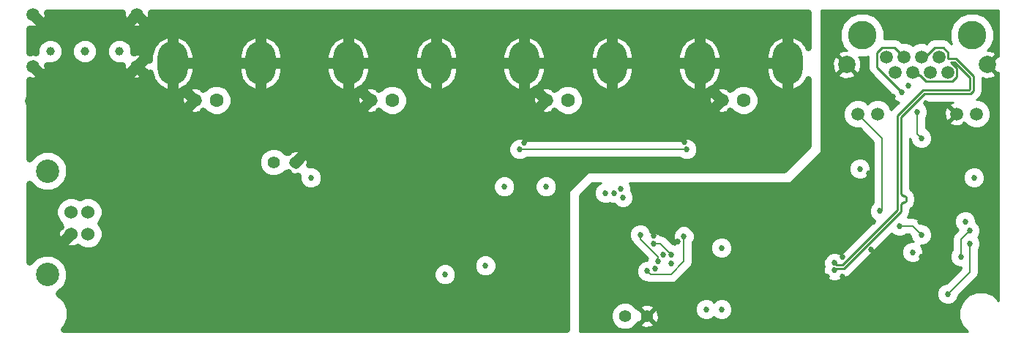
<source format=gbl>
G04 #@! TF.FileFunction,Copper,L4,Bot,Signal*
%FSLAX46Y46*%
G04 Gerber Fmt 4.6, Leading zero omitted, Abs format (unit mm)*
G04 Created by KiCad (PCBNEW 4.0.4+e1-6308~48~ubuntu14.04.1-stable) date Mon Jan  9 14:38:12 2017*
%MOMM*%
%LPD*%
G01*
G04 APERTURE LIST*
%ADD10C,0.100000*%
%ADD11O,3.500120X5.001260*%
%ADD12C,1.600200*%
%ADD13C,1.397000*%
%ADD14C,2.000000*%
%ADD15C,1.501140*%
%ADD16C,3.300000*%
%ADD17C,1.500000*%
%ADD18C,1.000000*%
%ADD19C,1.524000*%
%ADD20C,2.700020*%
%ADD21C,0.685800*%
%ADD22C,1.270000*%
%ADD23C,0.203200*%
%ADD24C,0.233000*%
%ADD25C,0.233341*%
%ADD26C,0.762000*%
%ADD27C,0.254000*%
G04 APERTURE END LIST*
D10*
D11*
X143492220Y-62966600D03*
X153690320Y-62966600D03*
D12*
X148590000Y-67231260D03*
X146090640Y-67231260D03*
D11*
X163812220Y-62966600D03*
X174010320Y-62966600D03*
D12*
X168910000Y-67231260D03*
X166410640Y-67231260D03*
D11*
X123172220Y-62966600D03*
X133370320Y-62966600D03*
D12*
X128270000Y-67231260D03*
X125770640Y-67231260D03*
D11*
X102852220Y-62966600D03*
X113050320Y-62966600D03*
D12*
X107950000Y-67231260D03*
X105450640Y-67231260D03*
D13*
X114554000Y-74422000D03*
X117094000Y-74422000D03*
X155194000Y-92202000D03*
X157734000Y-92202000D03*
D14*
X197104000Y-63119000D03*
D15*
X182118000Y-68834000D03*
X184404000Y-68834000D03*
X193548000Y-68834000D03*
X195834000Y-68834000D03*
X192532000Y-64008000D03*
X190500000Y-64008000D03*
X188468000Y-64008000D03*
X186436000Y-64008000D03*
X189484000Y-62230000D03*
X187452000Y-62230000D03*
X191516000Y-62230000D03*
X185420000Y-62230000D03*
D16*
X182626000Y-59690000D03*
X195326000Y-59690000D03*
D14*
X180848000Y-63119000D03*
D17*
X98710000Y-57325000D03*
X86710000Y-63325000D03*
X98710000Y-63325000D03*
X86710000Y-57325000D03*
D18*
X88710000Y-61575000D03*
X92710000Y-61575000D03*
X96710000Y-61575000D03*
D19*
X93091000Y-80167480D03*
X93091000Y-82707480D03*
X91092020Y-82707480D03*
X91092020Y-80167480D03*
D20*
X88392000Y-75438000D03*
X88392000Y-87436960D03*
D21*
X118872000Y-76200000D03*
X132334000Y-76962000D03*
X143510000Y-72136000D03*
D22*
X104648000Y-77978000D03*
X88900000Y-63500000D03*
X95885000Y-63754000D03*
X97155000Y-67310000D03*
X86360000Y-67310000D03*
D21*
X136652000Y-90424000D03*
X162024873Y-72054619D03*
X143764000Y-74676000D03*
X146558000Y-74676000D03*
X142494000Y-80772000D03*
X145542000Y-80772000D03*
X143764000Y-89408000D03*
X145542000Y-88138000D03*
X128016000Y-84836000D03*
X129058000Y-87350000D03*
X132362400Y-87347600D03*
X132588000Y-84582000D03*
X139192000Y-84074000D03*
X134366000Y-84074000D03*
X134620000Y-80518000D03*
X133604000Y-79248000D03*
X129794000Y-81902290D03*
X130048000Y-79248000D03*
X125222000Y-79248000D03*
X124714000Y-80772000D03*
X125984000Y-78994000D03*
X146050000Y-77216000D03*
X141224000Y-77216000D03*
X134366000Y-87376000D03*
X139052290Y-86360000D03*
X195580000Y-76200000D03*
X182372000Y-75184000D03*
X194564000Y-81280000D03*
X188468000Y-84836000D03*
X164592000Y-91440000D03*
X166370000Y-91440000D03*
X166370000Y-84328000D03*
X154940000Y-78486000D03*
X154686000Y-77470000D03*
X153924000Y-77978000D03*
X152908000Y-77978000D03*
X198120000Y-57658000D03*
X189992000Y-67564000D03*
X183388000Y-75692000D03*
X183896000Y-81280000D03*
X179070000Y-80518000D03*
X183896000Y-66294000D03*
X197104000Y-88138000D03*
X185420000Y-87884000D03*
X177800000Y-91948000D03*
X197612000Y-66040000D03*
X197612000Y-78740000D03*
X183621818Y-84561818D03*
X192532000Y-58420022D03*
X188468000Y-58420000D03*
X179324000Y-57912000D03*
X191008000Y-70612000D03*
X197104000Y-76200000D03*
X195072000Y-79756000D03*
X189337485Y-81280000D03*
X189484000Y-85344000D03*
X159618147Y-85108858D03*
X158641415Y-86726912D03*
X160528000Y-86106000D03*
X161290000Y-83566000D03*
X158537001Y-82908566D03*
X178308000Y-85344000D03*
X178562000Y-87630000D03*
X180340000Y-87630000D03*
X180340000Y-85344000D03*
X187960000Y-65532000D03*
X186182000Y-66802000D03*
X151638000Y-88138000D03*
X154686000Y-86868000D03*
X151384000Y-86614000D03*
X154940000Y-88392000D03*
X163322000Y-83566000D03*
X166624000Y-82296000D03*
X161798000Y-88900000D03*
X161798000Y-91440000D03*
X169164000Y-91694000D03*
X170688000Y-90170000D03*
X163322000Y-79502000D03*
X164846000Y-78486000D03*
X157705836Y-80732000D03*
X157734000Y-81534000D03*
X157734000Y-80010000D03*
X154824849Y-80645000D03*
X157768361Y-87007710D03*
X161989900Y-82995900D03*
X158496000Y-83807290D03*
X160528000Y-85102710D03*
X156972000Y-82804000D03*
X159004000Y-85852000D03*
X179411925Y-86921311D03*
X187198000Y-66294000D03*
X179411925Y-86055441D03*
X188976000Y-68580000D03*
X189484000Y-71628000D03*
X162306000Y-72898000D03*
X143002000Y-72898000D03*
X189484000Y-82804000D03*
X186944000Y-81788000D03*
X184708000Y-80060000D03*
X195072000Y-82296000D03*
X194056000Y-85344000D03*
X192532000Y-89662000D03*
X195072000Y-83820000D03*
D23*
X161989900Y-85914100D02*
X160529378Y-87374622D01*
X160529378Y-87374622D02*
X158135273Y-87374622D01*
X158135273Y-87374622D02*
X157768361Y-87007710D01*
X161989900Y-84644100D02*
X161989900Y-85914100D01*
X161989900Y-82995900D02*
X161989900Y-84644100D01*
X160528000Y-85102710D02*
X159232580Y-83807290D01*
X159232580Y-83807290D02*
X158496000Y-83807290D01*
X156972000Y-82804000D02*
X156972000Y-83301643D01*
X156972000Y-83301643D02*
X159004000Y-85333643D01*
X159004000Y-85333643D02*
X159004000Y-85852000D01*
D24*
X189823329Y-66500705D02*
X187150705Y-69173329D01*
X187150705Y-69173329D02*
X187150705Y-69935619D01*
X190585619Y-66500705D02*
X189823329Y-66500705D01*
D25*
X179411925Y-86921311D02*
X179638156Y-86695080D01*
X179638156Y-86695080D02*
X180551244Y-86695080D01*
X187150705Y-79352482D02*
X187157972Y-79287978D01*
X180551244Y-86695080D02*
X187150705Y-80095619D01*
X187376079Y-79069871D02*
X187505087Y-79055336D01*
X187157972Y-79287978D02*
X187179411Y-79226708D01*
X187314809Y-78271897D02*
X187259847Y-78237361D01*
X187505087Y-79055336D02*
X187566357Y-79033897D01*
X190585619Y-66500705D02*
X195157619Y-66500705D01*
X187150705Y-80095619D02*
X187150705Y-79352482D01*
X187179411Y-79226708D02*
X187213947Y-79171746D01*
X187157972Y-78075229D02*
X187150705Y-78010726D01*
X187213947Y-79171746D02*
X187259847Y-79125846D01*
X187259847Y-79125846D02*
X187314809Y-79091310D01*
X187667219Y-78409746D02*
X187621319Y-78363846D01*
X187376079Y-78293336D02*
X187314809Y-78271897D01*
X187667219Y-78953461D02*
X187701755Y-78898499D01*
X187505087Y-78307871D02*
X187376079Y-78293336D01*
X187314809Y-79091310D02*
X187376079Y-79069871D01*
X195532705Y-66125619D02*
X195532705Y-64430381D01*
X187566357Y-79033897D02*
X187621319Y-78999361D01*
X187621319Y-78999361D02*
X187667219Y-78953461D01*
X187701755Y-78898499D02*
X187723194Y-78837229D01*
X187723194Y-78837229D02*
X187730462Y-78772726D01*
X187730462Y-78772726D02*
X187730462Y-78590482D01*
X187730462Y-78590482D02*
X187723194Y-78525978D01*
X192029813Y-61159558D02*
X191002187Y-61159558D01*
X187723194Y-78525978D02*
X187701755Y-78464708D01*
X187701755Y-78464708D02*
X187667219Y-78409746D01*
X189658296Y-62404296D02*
X189484000Y-62230000D01*
X187621319Y-78363846D02*
X187566357Y-78329310D01*
X187566357Y-78329310D02*
X187505087Y-78307871D01*
X187179411Y-78136499D02*
X187157972Y-78075229D01*
X187259847Y-78237361D02*
X187213947Y-78191461D01*
X195157619Y-66500705D02*
X195532705Y-66125619D01*
X187213947Y-78191461D02*
X187179411Y-78136499D01*
X187150705Y-78010726D02*
X187150705Y-69935619D01*
X195532705Y-64430381D02*
X193506620Y-62404296D01*
X192586442Y-61716187D02*
X192029813Y-61159558D01*
X193506620Y-62404296D02*
X192586442Y-62404296D01*
X191002187Y-61159558D02*
X189757449Y-62404296D01*
X192586442Y-62404296D02*
X192586442Y-61716187D01*
X189757449Y-62404296D02*
X189658296Y-62404296D01*
X187452000Y-62230000D02*
X186381558Y-61159558D01*
X186381558Y-61159558D02*
X184906187Y-61159558D01*
X184906187Y-61159558D02*
X184349558Y-61716187D01*
X184349558Y-61716187D02*
X184349558Y-63445558D01*
X184349558Y-63445558D02*
X187198000Y-66294000D01*
D24*
X189652671Y-66087295D02*
X186737295Y-69002671D01*
X186737295Y-69002671D02*
X186737295Y-69764381D01*
X190414381Y-66087295D02*
X189652671Y-66087295D01*
D25*
X189287872Y-64380127D02*
X189986187Y-65078442D01*
X189175558Y-64267813D02*
X189287872Y-64380127D01*
X189287872Y-64380127D02*
X188840127Y-64380127D01*
X188840127Y-64380127D02*
X188468000Y-64008000D01*
X194986381Y-66087295D02*
X190414381Y-66087295D01*
X186737295Y-79924381D02*
X180380004Y-86281672D01*
X193335380Y-62817704D02*
X195119295Y-64601619D01*
X195119295Y-65954381D02*
X194986381Y-66087295D01*
X193045813Y-65078442D02*
X193602442Y-64521813D01*
X192925959Y-62817704D02*
X193335380Y-62817704D01*
X189986187Y-65078442D02*
X193045813Y-65078442D01*
X186737295Y-69764381D02*
X186737295Y-79924381D01*
X193602442Y-64521813D02*
X193602442Y-63494187D01*
X193602442Y-63494187D02*
X192925959Y-62817704D01*
X195119295Y-64601619D02*
X195119295Y-65954381D01*
X180380004Y-86281672D02*
X179638156Y-86281672D01*
X179638156Y-86281672D02*
X179411925Y-86055441D01*
X188468000Y-64008000D02*
X188293704Y-63833704D01*
X188293704Y-63833704D02*
X188194551Y-63833704D01*
D23*
X188976000Y-69064933D02*
X188976000Y-68580000D01*
X189484000Y-71628000D02*
X188976000Y-71120000D01*
X188976000Y-71120000D02*
X188976000Y-69064933D01*
X143002000Y-72898000D02*
X162306000Y-72898000D01*
X186944000Y-81788000D02*
X188468000Y-81788000D01*
X188468000Y-81788000D02*
X189484000Y-82804000D01*
X184912000Y-71628000D02*
X184912000Y-79856000D01*
X184912000Y-79856000D02*
X184708000Y-80060000D01*
X182118000Y-68834000D02*
X184912000Y-71628000D01*
X194056000Y-83312000D02*
X195072000Y-82296000D01*
X194056000Y-85344000D02*
X194056000Y-83312000D01*
X192874899Y-89319101D02*
X192532000Y-89662000D01*
X195072000Y-87122000D02*
X192874899Y-89319101D01*
X195072000Y-83820000D02*
X195072000Y-87122000D01*
D26*
G36*
X87083353Y-57310858D02*
X87069210Y-57325000D01*
X87898238Y-58154028D01*
X88195546Y-58090351D01*
X88375353Y-57463598D01*
X88333747Y-57098000D01*
X97070008Y-57098000D01*
X97044647Y-57186402D01*
X97118375Y-57834255D01*
X97224454Y-58090351D01*
X97521762Y-58154028D01*
X98350790Y-57325000D01*
X98336648Y-57310858D01*
X98549505Y-57098000D01*
X98870495Y-57098000D01*
X99083353Y-57310858D01*
X99069210Y-57325000D01*
X99898238Y-58154028D01*
X100195546Y-58090351D01*
X100375353Y-57463598D01*
X100333747Y-57098000D01*
X176403000Y-57098000D01*
X176403000Y-61143273D01*
X176351292Y-60971440D01*
X175696812Y-60170328D01*
X174785579Y-59680655D01*
X174672116Y-59661297D01*
X174264320Y-59812604D01*
X174264320Y-62712600D01*
X174284320Y-62712600D01*
X174284320Y-63220600D01*
X174264320Y-63220600D01*
X174264320Y-66120596D01*
X174672116Y-66271903D01*
X174785579Y-66252545D01*
X175696812Y-65762872D01*
X176351292Y-64961760D01*
X176403000Y-64789927D01*
X176403000Y-72486184D01*
X173578184Y-75311000D01*
X150876000Y-75311000D01*
X150727770Y-75341017D01*
X150606592Y-75422592D01*
X148574592Y-77454592D01*
X148491003Y-77580633D01*
X148463000Y-77724000D01*
X148463000Y-93782000D01*
X90232914Y-93782000D01*
X90491700Y-93523665D01*
X90915516Y-92503003D01*
X90916481Y-91397846D01*
X90494447Y-90376445D01*
X89713665Y-89594300D01*
X89706422Y-89591292D01*
X89802332Y-89551663D01*
X90504239Y-88850981D01*
X90884576Y-87935026D01*
X90884807Y-87670267D01*
X132879842Y-87670267D01*
X133105580Y-88216595D01*
X133523206Y-88634951D01*
X134069139Y-88861642D01*
X134660267Y-88862158D01*
X135206595Y-88636420D01*
X135624951Y-88218794D01*
X135851642Y-87672861D01*
X135852158Y-87081733D01*
X135675533Y-86654267D01*
X137566132Y-86654267D01*
X137791870Y-87200595D01*
X138209496Y-87618951D01*
X138755429Y-87845642D01*
X139346557Y-87846158D01*
X139892885Y-87620420D01*
X140311241Y-87202794D01*
X140537932Y-86656861D01*
X140538448Y-86065733D01*
X140312710Y-85519405D01*
X139895084Y-85101049D01*
X139349151Y-84874358D01*
X138758023Y-84873842D01*
X138211695Y-85099580D01*
X137793339Y-85517206D01*
X137566648Y-86063139D01*
X137566132Y-86654267D01*
X135675533Y-86654267D01*
X135626420Y-86535405D01*
X135208794Y-86117049D01*
X134662861Y-85890358D01*
X134071733Y-85889842D01*
X133525405Y-86115580D01*
X133107049Y-86533206D01*
X132880358Y-87079139D01*
X132879842Y-87670267D01*
X90884807Y-87670267D01*
X90885442Y-86943245D01*
X90506703Y-86026628D01*
X89806021Y-85324721D01*
X88890066Y-84944384D01*
X87898285Y-84943518D01*
X86981668Y-85322257D01*
X86308000Y-85994749D01*
X86308000Y-80544745D01*
X89186690Y-80544745D01*
X89476098Y-81245166D01*
X89829880Y-81599567D01*
X89727387Y-81702060D01*
X89894994Y-81869667D01*
X89596460Y-81934853D01*
X89414631Y-82565992D01*
X89488170Y-83218671D01*
X89596460Y-83480107D01*
X89894996Y-83545294D01*
X90732810Y-82707480D01*
X90718668Y-82693338D01*
X91077878Y-82334128D01*
X91092020Y-82348270D01*
X91106163Y-82334128D01*
X91186256Y-82414221D01*
X91185743Y-83001252D01*
X91106163Y-83080833D01*
X91092020Y-83066690D01*
X90254206Y-83904504D01*
X90319393Y-84203040D01*
X90950532Y-84384869D01*
X91603211Y-84311330D01*
X91864647Y-84203040D01*
X91869596Y-84180374D01*
X92010495Y-84321519D01*
X92710410Y-84612148D01*
X93468265Y-84612810D01*
X94168686Y-84323402D01*
X94705039Y-83787985D01*
X94995668Y-83088070D01*
X94996330Y-82330215D01*
X94706922Y-81629794D01*
X94515078Y-81437615D01*
X94705039Y-81247985D01*
X94995668Y-80548070D01*
X94996330Y-79790215D01*
X94706922Y-79089794D01*
X94171505Y-78553441D01*
X93471590Y-78262812D01*
X92713735Y-78262150D01*
X92090843Y-78519524D01*
X91472610Y-78262812D01*
X90714755Y-78262150D01*
X90014334Y-78551558D01*
X89477981Y-79086975D01*
X89187352Y-79786890D01*
X89186690Y-80544745D01*
X86308000Y-80544745D01*
X86308000Y-76879089D01*
X86977979Y-77550239D01*
X87893934Y-77930576D01*
X88885715Y-77931442D01*
X89802332Y-77552703D01*
X90504239Y-76852021D01*
X90884576Y-75936066D01*
X90885442Y-74944285D01*
X90820325Y-74786690D01*
X112712181Y-74786690D01*
X112991942Y-75463763D01*
X113509512Y-75982237D01*
X114186096Y-76263180D01*
X114918690Y-76263819D01*
X115595763Y-75984058D01*
X115987006Y-75593497D01*
X116134361Y-75740852D01*
X116302709Y-75572504D01*
X116359888Y-75864549D01*
X116967808Y-76035674D01*
X117386286Y-75985933D01*
X117385842Y-76494267D01*
X117611580Y-77040595D01*
X118029206Y-77458951D01*
X118575139Y-77685642D01*
X119166267Y-77686158D01*
X119591955Y-77510267D01*
X139737842Y-77510267D01*
X139963580Y-78056595D01*
X140381206Y-78474951D01*
X140927139Y-78701642D01*
X141518267Y-78702158D01*
X142064595Y-78476420D01*
X142482951Y-78058794D01*
X142709642Y-77512861D01*
X142709644Y-77510267D01*
X144563842Y-77510267D01*
X144789580Y-78056595D01*
X145207206Y-78474951D01*
X145753139Y-78701642D01*
X146344267Y-78702158D01*
X146890595Y-78476420D01*
X147308951Y-78058794D01*
X147535642Y-77512861D01*
X147536158Y-76921733D01*
X147310420Y-76375405D01*
X146892794Y-75957049D01*
X146346861Y-75730358D01*
X145755733Y-75729842D01*
X145209405Y-75955580D01*
X144791049Y-76373206D01*
X144564358Y-76919139D01*
X144563842Y-77510267D01*
X142709644Y-77510267D01*
X142710158Y-76921733D01*
X142484420Y-76375405D01*
X142066794Y-75957049D01*
X141520861Y-75730358D01*
X140929733Y-75729842D01*
X140383405Y-75955580D01*
X139965049Y-76373206D01*
X139738358Y-76919139D01*
X139737842Y-77510267D01*
X119591955Y-77510267D01*
X119712595Y-77460420D01*
X120130951Y-77042794D01*
X120357642Y-76496861D01*
X120358158Y-75905733D01*
X120132420Y-75359405D01*
X119714794Y-74941049D01*
X119168861Y-74714358D01*
X118661024Y-74713915D01*
X118707674Y-74548192D01*
X118633132Y-73921059D01*
X118536549Y-73687888D01*
X118244502Y-73630709D01*
X117453210Y-74422000D01*
X117467353Y-74436143D01*
X117108142Y-74795353D01*
X117094000Y-74781210D01*
X117079858Y-74795353D01*
X116720648Y-74436143D01*
X116734790Y-74422000D01*
X116720648Y-74407858D01*
X117079858Y-74048647D01*
X117094000Y-74062790D01*
X117885291Y-73271498D01*
X117869779Y-73192267D01*
X141515842Y-73192267D01*
X141741580Y-73738595D01*
X142159206Y-74156951D01*
X142705139Y-74383642D01*
X143296267Y-74384158D01*
X143842595Y-74158420D01*
X143858443Y-74142600D01*
X161448880Y-74142600D01*
X161463206Y-74156951D01*
X162009139Y-74383642D01*
X162600267Y-74384158D01*
X163146595Y-74158420D01*
X163564951Y-73740794D01*
X163791642Y-73194861D01*
X163792158Y-72603733D01*
X163566420Y-72057405D01*
X163148794Y-71639049D01*
X162602861Y-71412358D01*
X162011733Y-71411842D01*
X161465405Y-71637580D01*
X161449557Y-71653400D01*
X143859120Y-71653400D01*
X143844794Y-71639049D01*
X143298861Y-71412358D01*
X142707733Y-71411842D01*
X142161405Y-71637580D01*
X141743049Y-72055206D01*
X141516358Y-72601139D01*
X141515842Y-73192267D01*
X117869779Y-73192267D01*
X117828112Y-72979451D01*
X117220192Y-72808326D01*
X116593059Y-72882868D01*
X116359888Y-72979451D01*
X116302709Y-73271496D01*
X116134361Y-73103148D01*
X115986778Y-73250731D01*
X115598488Y-72861763D01*
X114921904Y-72580820D01*
X114189310Y-72580181D01*
X113512237Y-72859942D01*
X112993763Y-73377512D01*
X112712820Y-74054096D01*
X112712181Y-74786690D01*
X90820325Y-74786690D01*
X90506703Y-74027668D01*
X89806021Y-73325761D01*
X88890066Y-72945424D01*
X87898285Y-72944558D01*
X86981668Y-73323297D01*
X86308000Y-73995789D01*
X86308000Y-67080602D01*
X103735053Y-67080602D01*
X103807989Y-67748597D01*
X103923298Y-68026977D01*
X104225734Y-68096955D01*
X105091430Y-67231260D01*
X104225734Y-66365565D01*
X103923298Y-66435543D01*
X103735053Y-67080602D01*
X86308000Y-67080602D01*
X86308000Y-64914787D01*
X86571402Y-64990353D01*
X87219255Y-64916625D01*
X87475351Y-64810546D01*
X87539028Y-64513238D01*
X97880972Y-64513238D01*
X97944649Y-64810546D01*
X98571402Y-64990353D01*
X99219255Y-64916625D01*
X99475351Y-64810546D01*
X99539028Y-64513238D01*
X98710000Y-63684210D01*
X97880972Y-64513238D01*
X87539028Y-64513238D01*
X86710000Y-63684210D01*
X86695858Y-63698353D01*
X86336648Y-63339143D01*
X86350790Y-63325000D01*
X86336648Y-63310858D01*
X86695858Y-62951648D01*
X86710000Y-62965790D01*
X86724143Y-62951648D01*
X87083353Y-63310858D01*
X87069210Y-63325000D01*
X87898238Y-64154028D01*
X88195546Y-64090351D01*
X88375353Y-63463598D01*
X88345665Y-63202729D01*
X88381753Y-63217714D01*
X89035379Y-63218284D01*
X89639469Y-62968680D01*
X90102055Y-62506900D01*
X90352714Y-61903247D01*
X90352716Y-61900379D01*
X91066716Y-61900379D01*
X91316320Y-62504469D01*
X91778100Y-62967055D01*
X92381753Y-63217714D01*
X93035379Y-63218284D01*
X93639469Y-62968680D01*
X94102055Y-62506900D01*
X94352714Y-61903247D01*
X94352716Y-61900379D01*
X95066716Y-61900379D01*
X95316320Y-62504469D01*
X95778100Y-62967055D01*
X96381753Y-63217714D01*
X97035379Y-63218284D01*
X97047696Y-63213195D01*
X97118375Y-63834255D01*
X97224454Y-64090351D01*
X97521762Y-64154028D01*
X98350790Y-63325000D01*
X99069210Y-63325000D01*
X99898238Y-64154028D01*
X100195546Y-64090351D01*
X100221647Y-63999372D01*
X100511248Y-64961760D01*
X101165728Y-65762872D01*
X102076961Y-66252545D01*
X102190424Y-66271903D01*
X102598220Y-66120596D01*
X102598220Y-63220600D01*
X103106220Y-63220600D01*
X103106220Y-66120596D01*
X103514016Y-66271903D01*
X103627479Y-66252545D01*
X104085616Y-66006354D01*
X104584945Y-66006354D01*
X105450640Y-66872050D01*
X105464782Y-66857907D01*
X105823993Y-67217118D01*
X105809850Y-67231260D01*
X105823993Y-67245403D01*
X105464782Y-67604613D01*
X105450640Y-67590470D01*
X104584945Y-68456166D01*
X104654923Y-68758602D01*
X105299982Y-68946847D01*
X105967977Y-68873911D01*
X106246357Y-68758602D01*
X106316335Y-68456168D01*
X106483529Y-68623362D01*
X106538868Y-68568023D01*
X106847885Y-68877580D01*
X107561798Y-69174022D01*
X108334811Y-69174697D01*
X109049240Y-68879501D01*
X109596320Y-68333375D01*
X109892762Y-67619462D01*
X109893232Y-67080602D01*
X124055053Y-67080602D01*
X124127989Y-67748597D01*
X124243298Y-68026977D01*
X124545734Y-68096955D01*
X125411430Y-67231260D01*
X124545734Y-66365565D01*
X124243298Y-66435543D01*
X124055053Y-67080602D01*
X109893232Y-67080602D01*
X109893437Y-66846449D01*
X109598241Y-66132020D01*
X109052115Y-65584940D01*
X108338202Y-65288498D01*
X107565189Y-65287823D01*
X106850760Y-65583019D01*
X106538803Y-65894432D01*
X106483529Y-65839158D01*
X106316335Y-66006352D01*
X106246357Y-65703918D01*
X105601298Y-65515673D01*
X104933303Y-65588609D01*
X104654923Y-65703918D01*
X104584945Y-66006354D01*
X104085616Y-66006354D01*
X104538712Y-65762872D01*
X105193192Y-64961760D01*
X105491280Y-63971170D01*
X105491280Y-63220600D01*
X110411260Y-63220600D01*
X110411260Y-63971170D01*
X110709348Y-64961760D01*
X111363828Y-65762872D01*
X112275061Y-66252545D01*
X112388524Y-66271903D01*
X112796320Y-66120596D01*
X112796320Y-63220600D01*
X113304320Y-63220600D01*
X113304320Y-66120596D01*
X113712116Y-66271903D01*
X113825579Y-66252545D01*
X114736812Y-65762872D01*
X115391292Y-64961760D01*
X115689380Y-63971170D01*
X115689380Y-63220600D01*
X120533160Y-63220600D01*
X120533160Y-63971170D01*
X120831248Y-64961760D01*
X121485728Y-65762872D01*
X122396961Y-66252545D01*
X122510424Y-66271903D01*
X122918220Y-66120596D01*
X122918220Y-63220600D01*
X123426220Y-63220600D01*
X123426220Y-66120596D01*
X123834016Y-66271903D01*
X123947479Y-66252545D01*
X124405616Y-66006354D01*
X124904945Y-66006354D01*
X125770640Y-66872050D01*
X125784782Y-66857907D01*
X126143993Y-67217118D01*
X126129850Y-67231260D01*
X126143993Y-67245403D01*
X125784782Y-67604613D01*
X125770640Y-67590470D01*
X124904945Y-68456166D01*
X124974923Y-68758602D01*
X125619982Y-68946847D01*
X126287977Y-68873911D01*
X126566357Y-68758602D01*
X126636335Y-68456168D01*
X126803529Y-68623362D01*
X126858868Y-68568023D01*
X127167885Y-68877580D01*
X127881798Y-69174022D01*
X128654811Y-69174697D01*
X129369240Y-68879501D01*
X129916320Y-68333375D01*
X130212762Y-67619462D01*
X130213232Y-67080602D01*
X144375053Y-67080602D01*
X144447989Y-67748597D01*
X144563298Y-68026977D01*
X144865734Y-68096955D01*
X145731430Y-67231260D01*
X144865734Y-66365565D01*
X144563298Y-66435543D01*
X144375053Y-67080602D01*
X130213232Y-67080602D01*
X130213437Y-66846449D01*
X129918241Y-66132020D01*
X129372115Y-65584940D01*
X128658202Y-65288498D01*
X127885189Y-65287823D01*
X127170760Y-65583019D01*
X126858803Y-65894432D01*
X126803529Y-65839158D01*
X126636335Y-66006352D01*
X126566357Y-65703918D01*
X125921298Y-65515673D01*
X125253303Y-65588609D01*
X124974923Y-65703918D01*
X124904945Y-66006354D01*
X124405616Y-66006354D01*
X124858712Y-65762872D01*
X125513192Y-64961760D01*
X125811280Y-63971170D01*
X125811280Y-63220600D01*
X130731260Y-63220600D01*
X130731260Y-63971170D01*
X131029348Y-64961760D01*
X131683828Y-65762872D01*
X132595061Y-66252545D01*
X132708524Y-66271903D01*
X133116320Y-66120596D01*
X133116320Y-63220600D01*
X133624320Y-63220600D01*
X133624320Y-66120596D01*
X134032116Y-66271903D01*
X134145579Y-66252545D01*
X135056812Y-65762872D01*
X135711292Y-64961760D01*
X136009380Y-63971170D01*
X136009380Y-63220600D01*
X140853160Y-63220600D01*
X140853160Y-63971170D01*
X141151248Y-64961760D01*
X141805728Y-65762872D01*
X142716961Y-66252545D01*
X142830424Y-66271903D01*
X143238220Y-66120596D01*
X143238220Y-63220600D01*
X143746220Y-63220600D01*
X143746220Y-66120596D01*
X144154016Y-66271903D01*
X144267479Y-66252545D01*
X144725616Y-66006354D01*
X145224945Y-66006354D01*
X146090640Y-66872050D01*
X146104782Y-66857907D01*
X146463993Y-67217118D01*
X146449850Y-67231260D01*
X146463993Y-67245403D01*
X146104782Y-67604613D01*
X146090640Y-67590470D01*
X145224945Y-68456166D01*
X145294923Y-68758602D01*
X145939982Y-68946847D01*
X146607977Y-68873911D01*
X146886357Y-68758602D01*
X146956335Y-68456168D01*
X147123529Y-68623362D01*
X147178868Y-68568023D01*
X147487885Y-68877580D01*
X148201798Y-69174022D01*
X148974811Y-69174697D01*
X149689240Y-68879501D01*
X150236320Y-68333375D01*
X150532762Y-67619462D01*
X150533232Y-67080602D01*
X164695053Y-67080602D01*
X164767989Y-67748597D01*
X164883298Y-68026977D01*
X165185734Y-68096955D01*
X166051430Y-67231260D01*
X165185734Y-66365565D01*
X164883298Y-66435543D01*
X164695053Y-67080602D01*
X150533232Y-67080602D01*
X150533437Y-66846449D01*
X150238241Y-66132020D01*
X149692115Y-65584940D01*
X148978202Y-65288498D01*
X148205189Y-65287823D01*
X147490760Y-65583019D01*
X147178803Y-65894432D01*
X147123529Y-65839158D01*
X146956335Y-66006352D01*
X146886357Y-65703918D01*
X146241298Y-65515673D01*
X145573303Y-65588609D01*
X145294923Y-65703918D01*
X145224945Y-66006354D01*
X144725616Y-66006354D01*
X145178712Y-65762872D01*
X145833192Y-64961760D01*
X146131280Y-63971170D01*
X146131280Y-63220600D01*
X151051260Y-63220600D01*
X151051260Y-63971170D01*
X151349348Y-64961760D01*
X152003828Y-65762872D01*
X152915061Y-66252545D01*
X153028524Y-66271903D01*
X153436320Y-66120596D01*
X153436320Y-63220600D01*
X153944320Y-63220600D01*
X153944320Y-66120596D01*
X154352116Y-66271903D01*
X154465579Y-66252545D01*
X155376812Y-65762872D01*
X156031292Y-64961760D01*
X156329380Y-63971170D01*
X156329380Y-63220600D01*
X161173160Y-63220600D01*
X161173160Y-63971170D01*
X161471248Y-64961760D01*
X162125728Y-65762872D01*
X163036961Y-66252545D01*
X163150424Y-66271903D01*
X163558220Y-66120596D01*
X163558220Y-63220600D01*
X164066220Y-63220600D01*
X164066220Y-66120596D01*
X164474016Y-66271903D01*
X164587479Y-66252545D01*
X165045616Y-66006354D01*
X165544945Y-66006354D01*
X166410640Y-66872050D01*
X166424782Y-66857907D01*
X166783993Y-67217118D01*
X166769850Y-67231260D01*
X166783993Y-67245403D01*
X166424782Y-67604613D01*
X166410640Y-67590470D01*
X165544945Y-68456166D01*
X165614923Y-68758602D01*
X166259982Y-68946847D01*
X166927977Y-68873911D01*
X167206357Y-68758602D01*
X167276335Y-68456168D01*
X167443529Y-68623362D01*
X167498868Y-68568023D01*
X167807885Y-68877580D01*
X168521798Y-69174022D01*
X169294811Y-69174697D01*
X170009240Y-68879501D01*
X170556320Y-68333375D01*
X170852762Y-67619462D01*
X170853437Y-66846449D01*
X170558241Y-66132020D01*
X170012115Y-65584940D01*
X169298202Y-65288498D01*
X168525189Y-65287823D01*
X167810760Y-65583019D01*
X167498803Y-65894432D01*
X167443529Y-65839158D01*
X167276335Y-66006352D01*
X167206357Y-65703918D01*
X166561298Y-65515673D01*
X165893303Y-65588609D01*
X165614923Y-65703918D01*
X165544945Y-66006354D01*
X165045616Y-66006354D01*
X165498712Y-65762872D01*
X166153192Y-64961760D01*
X166451280Y-63971170D01*
X166451280Y-63220600D01*
X171371260Y-63220600D01*
X171371260Y-63971170D01*
X171669348Y-64961760D01*
X172323828Y-65762872D01*
X173235061Y-66252545D01*
X173348524Y-66271903D01*
X173756320Y-66120596D01*
X173756320Y-63220600D01*
X171371260Y-63220600D01*
X166451280Y-63220600D01*
X164066220Y-63220600D01*
X163558220Y-63220600D01*
X161173160Y-63220600D01*
X156329380Y-63220600D01*
X153944320Y-63220600D01*
X153436320Y-63220600D01*
X151051260Y-63220600D01*
X146131280Y-63220600D01*
X143746220Y-63220600D01*
X143238220Y-63220600D01*
X140853160Y-63220600D01*
X136009380Y-63220600D01*
X133624320Y-63220600D01*
X133116320Y-63220600D01*
X130731260Y-63220600D01*
X125811280Y-63220600D01*
X123426220Y-63220600D01*
X122918220Y-63220600D01*
X120533160Y-63220600D01*
X115689380Y-63220600D01*
X113304320Y-63220600D01*
X112796320Y-63220600D01*
X110411260Y-63220600D01*
X105491280Y-63220600D01*
X103106220Y-63220600D01*
X102598220Y-63220600D01*
X102578220Y-63220600D01*
X102578220Y-62712600D01*
X102598220Y-62712600D01*
X102598220Y-59812604D01*
X103106220Y-59812604D01*
X103106220Y-62712600D01*
X105491280Y-62712600D01*
X105491280Y-61962030D01*
X110411260Y-61962030D01*
X110411260Y-62712600D01*
X112796320Y-62712600D01*
X112796320Y-59812604D01*
X113304320Y-59812604D01*
X113304320Y-62712600D01*
X115689380Y-62712600D01*
X115689380Y-61962030D01*
X120533160Y-61962030D01*
X120533160Y-62712600D01*
X122918220Y-62712600D01*
X122918220Y-59812604D01*
X123426220Y-59812604D01*
X123426220Y-62712600D01*
X125811280Y-62712600D01*
X125811280Y-61962030D01*
X130731260Y-61962030D01*
X130731260Y-62712600D01*
X133116320Y-62712600D01*
X133116320Y-59812604D01*
X133624320Y-59812604D01*
X133624320Y-62712600D01*
X136009380Y-62712600D01*
X136009380Y-61962030D01*
X140853160Y-61962030D01*
X140853160Y-62712600D01*
X143238220Y-62712600D01*
X143238220Y-59812604D01*
X143746220Y-59812604D01*
X143746220Y-62712600D01*
X146131280Y-62712600D01*
X146131280Y-61962030D01*
X151051260Y-61962030D01*
X151051260Y-62712600D01*
X153436320Y-62712600D01*
X153436320Y-59812604D01*
X153944320Y-59812604D01*
X153944320Y-62712600D01*
X156329380Y-62712600D01*
X156329380Y-61962030D01*
X161173160Y-61962030D01*
X161173160Y-62712600D01*
X163558220Y-62712600D01*
X163558220Y-59812604D01*
X164066220Y-59812604D01*
X164066220Y-62712600D01*
X166451280Y-62712600D01*
X166451280Y-61962030D01*
X171371260Y-61962030D01*
X171371260Y-62712600D01*
X173756320Y-62712600D01*
X173756320Y-59812604D01*
X173348524Y-59661297D01*
X173235061Y-59680655D01*
X172323828Y-60170328D01*
X171669348Y-60971440D01*
X171371260Y-61962030D01*
X166451280Y-61962030D01*
X166153192Y-60971440D01*
X165498712Y-60170328D01*
X164587479Y-59680655D01*
X164474016Y-59661297D01*
X164066220Y-59812604D01*
X163558220Y-59812604D01*
X163150424Y-59661297D01*
X163036961Y-59680655D01*
X162125728Y-60170328D01*
X161471248Y-60971440D01*
X161173160Y-61962030D01*
X156329380Y-61962030D01*
X156031292Y-60971440D01*
X155376812Y-60170328D01*
X154465579Y-59680655D01*
X154352116Y-59661297D01*
X153944320Y-59812604D01*
X153436320Y-59812604D01*
X153028524Y-59661297D01*
X152915061Y-59680655D01*
X152003828Y-60170328D01*
X151349348Y-60971440D01*
X151051260Y-61962030D01*
X146131280Y-61962030D01*
X145833192Y-60971440D01*
X145178712Y-60170328D01*
X144267479Y-59680655D01*
X144154016Y-59661297D01*
X143746220Y-59812604D01*
X143238220Y-59812604D01*
X142830424Y-59661297D01*
X142716961Y-59680655D01*
X141805728Y-60170328D01*
X141151248Y-60971440D01*
X140853160Y-61962030D01*
X136009380Y-61962030D01*
X135711292Y-60971440D01*
X135056812Y-60170328D01*
X134145579Y-59680655D01*
X134032116Y-59661297D01*
X133624320Y-59812604D01*
X133116320Y-59812604D01*
X132708524Y-59661297D01*
X132595061Y-59680655D01*
X131683828Y-60170328D01*
X131029348Y-60971440D01*
X130731260Y-61962030D01*
X125811280Y-61962030D01*
X125513192Y-60971440D01*
X124858712Y-60170328D01*
X123947479Y-59680655D01*
X123834016Y-59661297D01*
X123426220Y-59812604D01*
X122918220Y-59812604D01*
X122510424Y-59661297D01*
X122396961Y-59680655D01*
X121485728Y-60170328D01*
X120831248Y-60971440D01*
X120533160Y-61962030D01*
X115689380Y-61962030D01*
X115391292Y-60971440D01*
X114736812Y-60170328D01*
X113825579Y-59680655D01*
X113712116Y-59661297D01*
X113304320Y-59812604D01*
X112796320Y-59812604D01*
X112388524Y-59661297D01*
X112275061Y-59680655D01*
X111363828Y-60170328D01*
X110709348Y-60971440D01*
X110411260Y-61962030D01*
X105491280Y-61962030D01*
X105193192Y-60971440D01*
X104538712Y-60170328D01*
X103627479Y-59680655D01*
X103514016Y-59661297D01*
X103106220Y-59812604D01*
X102598220Y-59812604D01*
X102190424Y-59661297D01*
X102076961Y-59680655D01*
X101165728Y-60170328D01*
X100511248Y-60971440D01*
X100213160Y-61962030D01*
X100213160Y-62602173D01*
X100195546Y-62559649D01*
X99898238Y-62495972D01*
X99069210Y-63325000D01*
X98350790Y-63325000D01*
X98336648Y-63310858D01*
X98695858Y-62951648D01*
X98710000Y-62965790D01*
X99539028Y-62136762D01*
X99475351Y-61839454D01*
X98848598Y-61659647D01*
X98352877Y-61716062D01*
X98353284Y-61249621D01*
X98103680Y-60645531D01*
X97641900Y-60182945D01*
X97038247Y-59932286D01*
X96384621Y-59931716D01*
X95780531Y-60181320D01*
X95317945Y-60643100D01*
X95067286Y-61246753D01*
X95066716Y-61900379D01*
X94352716Y-61900379D01*
X94353284Y-61249621D01*
X94103680Y-60645531D01*
X93641900Y-60182945D01*
X93038247Y-59932286D01*
X92384621Y-59931716D01*
X91780531Y-60181320D01*
X91317945Y-60643100D01*
X91067286Y-61246753D01*
X91066716Y-61900379D01*
X90352716Y-61900379D01*
X90353284Y-61249621D01*
X90103680Y-60645531D01*
X89641900Y-60182945D01*
X89038247Y-59932286D01*
X88384621Y-59931716D01*
X87780531Y-60181320D01*
X87317945Y-60643100D01*
X87067286Y-61246753D01*
X87066871Y-61722267D01*
X86848598Y-61659647D01*
X86308000Y-61721169D01*
X86308000Y-58914787D01*
X86571402Y-58990353D01*
X87219255Y-58916625D01*
X87475351Y-58810546D01*
X87539028Y-58513238D01*
X97880972Y-58513238D01*
X97944649Y-58810546D01*
X98571402Y-58990353D01*
X99219255Y-58916625D01*
X99475351Y-58810546D01*
X99539028Y-58513238D01*
X98710000Y-57684210D01*
X97880972Y-58513238D01*
X87539028Y-58513238D01*
X86710000Y-57684210D01*
X86695858Y-57698353D01*
X86336648Y-57339143D01*
X86350790Y-57325000D01*
X86336648Y-57310858D01*
X86549505Y-57098000D01*
X86870495Y-57098000D01*
X87083353Y-57310858D01*
X87083353Y-57310858D01*
G37*
X87083353Y-57310858D02*
X87069210Y-57325000D01*
X87898238Y-58154028D01*
X88195546Y-58090351D01*
X88375353Y-57463598D01*
X88333747Y-57098000D01*
X97070008Y-57098000D01*
X97044647Y-57186402D01*
X97118375Y-57834255D01*
X97224454Y-58090351D01*
X97521762Y-58154028D01*
X98350790Y-57325000D01*
X98336648Y-57310858D01*
X98549505Y-57098000D01*
X98870495Y-57098000D01*
X99083353Y-57310858D01*
X99069210Y-57325000D01*
X99898238Y-58154028D01*
X100195546Y-58090351D01*
X100375353Y-57463598D01*
X100333747Y-57098000D01*
X176403000Y-57098000D01*
X176403000Y-61143273D01*
X176351292Y-60971440D01*
X175696812Y-60170328D01*
X174785579Y-59680655D01*
X174672116Y-59661297D01*
X174264320Y-59812604D01*
X174264320Y-62712600D01*
X174284320Y-62712600D01*
X174284320Y-63220600D01*
X174264320Y-63220600D01*
X174264320Y-66120596D01*
X174672116Y-66271903D01*
X174785579Y-66252545D01*
X175696812Y-65762872D01*
X176351292Y-64961760D01*
X176403000Y-64789927D01*
X176403000Y-72486184D01*
X173578184Y-75311000D01*
X150876000Y-75311000D01*
X150727770Y-75341017D01*
X150606592Y-75422592D01*
X148574592Y-77454592D01*
X148491003Y-77580633D01*
X148463000Y-77724000D01*
X148463000Y-93782000D01*
X90232914Y-93782000D01*
X90491700Y-93523665D01*
X90915516Y-92503003D01*
X90916481Y-91397846D01*
X90494447Y-90376445D01*
X89713665Y-89594300D01*
X89706422Y-89591292D01*
X89802332Y-89551663D01*
X90504239Y-88850981D01*
X90884576Y-87935026D01*
X90884807Y-87670267D01*
X132879842Y-87670267D01*
X133105580Y-88216595D01*
X133523206Y-88634951D01*
X134069139Y-88861642D01*
X134660267Y-88862158D01*
X135206595Y-88636420D01*
X135624951Y-88218794D01*
X135851642Y-87672861D01*
X135852158Y-87081733D01*
X135675533Y-86654267D01*
X137566132Y-86654267D01*
X137791870Y-87200595D01*
X138209496Y-87618951D01*
X138755429Y-87845642D01*
X139346557Y-87846158D01*
X139892885Y-87620420D01*
X140311241Y-87202794D01*
X140537932Y-86656861D01*
X140538448Y-86065733D01*
X140312710Y-85519405D01*
X139895084Y-85101049D01*
X139349151Y-84874358D01*
X138758023Y-84873842D01*
X138211695Y-85099580D01*
X137793339Y-85517206D01*
X137566648Y-86063139D01*
X137566132Y-86654267D01*
X135675533Y-86654267D01*
X135626420Y-86535405D01*
X135208794Y-86117049D01*
X134662861Y-85890358D01*
X134071733Y-85889842D01*
X133525405Y-86115580D01*
X133107049Y-86533206D01*
X132880358Y-87079139D01*
X132879842Y-87670267D01*
X90884807Y-87670267D01*
X90885442Y-86943245D01*
X90506703Y-86026628D01*
X89806021Y-85324721D01*
X88890066Y-84944384D01*
X87898285Y-84943518D01*
X86981668Y-85322257D01*
X86308000Y-85994749D01*
X86308000Y-80544745D01*
X89186690Y-80544745D01*
X89476098Y-81245166D01*
X89829880Y-81599567D01*
X89727387Y-81702060D01*
X89894994Y-81869667D01*
X89596460Y-81934853D01*
X89414631Y-82565992D01*
X89488170Y-83218671D01*
X89596460Y-83480107D01*
X89894996Y-83545294D01*
X90732810Y-82707480D01*
X90718668Y-82693338D01*
X91077878Y-82334128D01*
X91092020Y-82348270D01*
X91106163Y-82334128D01*
X91186256Y-82414221D01*
X91185743Y-83001252D01*
X91106163Y-83080833D01*
X91092020Y-83066690D01*
X90254206Y-83904504D01*
X90319393Y-84203040D01*
X90950532Y-84384869D01*
X91603211Y-84311330D01*
X91864647Y-84203040D01*
X91869596Y-84180374D01*
X92010495Y-84321519D01*
X92710410Y-84612148D01*
X93468265Y-84612810D01*
X94168686Y-84323402D01*
X94705039Y-83787985D01*
X94995668Y-83088070D01*
X94996330Y-82330215D01*
X94706922Y-81629794D01*
X94515078Y-81437615D01*
X94705039Y-81247985D01*
X94995668Y-80548070D01*
X94996330Y-79790215D01*
X94706922Y-79089794D01*
X94171505Y-78553441D01*
X93471590Y-78262812D01*
X92713735Y-78262150D01*
X92090843Y-78519524D01*
X91472610Y-78262812D01*
X90714755Y-78262150D01*
X90014334Y-78551558D01*
X89477981Y-79086975D01*
X89187352Y-79786890D01*
X89186690Y-80544745D01*
X86308000Y-80544745D01*
X86308000Y-76879089D01*
X86977979Y-77550239D01*
X87893934Y-77930576D01*
X88885715Y-77931442D01*
X89802332Y-77552703D01*
X90504239Y-76852021D01*
X90884576Y-75936066D01*
X90885442Y-74944285D01*
X90820325Y-74786690D01*
X112712181Y-74786690D01*
X112991942Y-75463763D01*
X113509512Y-75982237D01*
X114186096Y-76263180D01*
X114918690Y-76263819D01*
X115595763Y-75984058D01*
X115987006Y-75593497D01*
X116134361Y-75740852D01*
X116302709Y-75572504D01*
X116359888Y-75864549D01*
X116967808Y-76035674D01*
X117386286Y-75985933D01*
X117385842Y-76494267D01*
X117611580Y-77040595D01*
X118029206Y-77458951D01*
X118575139Y-77685642D01*
X119166267Y-77686158D01*
X119591955Y-77510267D01*
X139737842Y-77510267D01*
X139963580Y-78056595D01*
X140381206Y-78474951D01*
X140927139Y-78701642D01*
X141518267Y-78702158D01*
X142064595Y-78476420D01*
X142482951Y-78058794D01*
X142709642Y-77512861D01*
X142709644Y-77510267D01*
X144563842Y-77510267D01*
X144789580Y-78056595D01*
X145207206Y-78474951D01*
X145753139Y-78701642D01*
X146344267Y-78702158D01*
X146890595Y-78476420D01*
X147308951Y-78058794D01*
X147535642Y-77512861D01*
X147536158Y-76921733D01*
X147310420Y-76375405D01*
X146892794Y-75957049D01*
X146346861Y-75730358D01*
X145755733Y-75729842D01*
X145209405Y-75955580D01*
X144791049Y-76373206D01*
X144564358Y-76919139D01*
X144563842Y-77510267D01*
X142709644Y-77510267D01*
X142710158Y-76921733D01*
X142484420Y-76375405D01*
X142066794Y-75957049D01*
X141520861Y-75730358D01*
X140929733Y-75729842D01*
X140383405Y-75955580D01*
X139965049Y-76373206D01*
X139738358Y-76919139D01*
X139737842Y-77510267D01*
X119591955Y-77510267D01*
X119712595Y-77460420D01*
X120130951Y-77042794D01*
X120357642Y-76496861D01*
X120358158Y-75905733D01*
X120132420Y-75359405D01*
X119714794Y-74941049D01*
X119168861Y-74714358D01*
X118661024Y-74713915D01*
X118707674Y-74548192D01*
X118633132Y-73921059D01*
X118536549Y-73687888D01*
X118244502Y-73630709D01*
X117453210Y-74422000D01*
X117467353Y-74436143D01*
X117108142Y-74795353D01*
X117094000Y-74781210D01*
X117079858Y-74795353D01*
X116720648Y-74436143D01*
X116734790Y-74422000D01*
X116720648Y-74407858D01*
X117079858Y-74048647D01*
X117094000Y-74062790D01*
X117885291Y-73271498D01*
X117869779Y-73192267D01*
X141515842Y-73192267D01*
X141741580Y-73738595D01*
X142159206Y-74156951D01*
X142705139Y-74383642D01*
X143296267Y-74384158D01*
X143842595Y-74158420D01*
X143858443Y-74142600D01*
X161448880Y-74142600D01*
X161463206Y-74156951D01*
X162009139Y-74383642D01*
X162600267Y-74384158D01*
X163146595Y-74158420D01*
X163564951Y-73740794D01*
X163791642Y-73194861D01*
X163792158Y-72603733D01*
X163566420Y-72057405D01*
X163148794Y-71639049D01*
X162602861Y-71412358D01*
X162011733Y-71411842D01*
X161465405Y-71637580D01*
X161449557Y-71653400D01*
X143859120Y-71653400D01*
X143844794Y-71639049D01*
X143298861Y-71412358D01*
X142707733Y-71411842D01*
X142161405Y-71637580D01*
X141743049Y-72055206D01*
X141516358Y-72601139D01*
X141515842Y-73192267D01*
X117869779Y-73192267D01*
X117828112Y-72979451D01*
X117220192Y-72808326D01*
X116593059Y-72882868D01*
X116359888Y-72979451D01*
X116302709Y-73271496D01*
X116134361Y-73103148D01*
X115986778Y-73250731D01*
X115598488Y-72861763D01*
X114921904Y-72580820D01*
X114189310Y-72580181D01*
X113512237Y-72859942D01*
X112993763Y-73377512D01*
X112712820Y-74054096D01*
X112712181Y-74786690D01*
X90820325Y-74786690D01*
X90506703Y-74027668D01*
X89806021Y-73325761D01*
X88890066Y-72945424D01*
X87898285Y-72944558D01*
X86981668Y-73323297D01*
X86308000Y-73995789D01*
X86308000Y-67080602D01*
X103735053Y-67080602D01*
X103807989Y-67748597D01*
X103923298Y-68026977D01*
X104225734Y-68096955D01*
X105091430Y-67231260D01*
X104225734Y-66365565D01*
X103923298Y-66435543D01*
X103735053Y-67080602D01*
X86308000Y-67080602D01*
X86308000Y-64914787D01*
X86571402Y-64990353D01*
X87219255Y-64916625D01*
X87475351Y-64810546D01*
X87539028Y-64513238D01*
X97880972Y-64513238D01*
X97944649Y-64810546D01*
X98571402Y-64990353D01*
X99219255Y-64916625D01*
X99475351Y-64810546D01*
X99539028Y-64513238D01*
X98710000Y-63684210D01*
X97880972Y-64513238D01*
X87539028Y-64513238D01*
X86710000Y-63684210D01*
X86695858Y-63698353D01*
X86336648Y-63339143D01*
X86350790Y-63325000D01*
X86336648Y-63310858D01*
X86695858Y-62951648D01*
X86710000Y-62965790D01*
X86724143Y-62951648D01*
X87083353Y-63310858D01*
X87069210Y-63325000D01*
X87898238Y-64154028D01*
X88195546Y-64090351D01*
X88375353Y-63463598D01*
X88345665Y-63202729D01*
X88381753Y-63217714D01*
X89035379Y-63218284D01*
X89639469Y-62968680D01*
X90102055Y-62506900D01*
X90352714Y-61903247D01*
X90352716Y-61900379D01*
X91066716Y-61900379D01*
X91316320Y-62504469D01*
X91778100Y-62967055D01*
X92381753Y-63217714D01*
X93035379Y-63218284D01*
X93639469Y-62968680D01*
X94102055Y-62506900D01*
X94352714Y-61903247D01*
X94352716Y-61900379D01*
X95066716Y-61900379D01*
X95316320Y-62504469D01*
X95778100Y-62967055D01*
X96381753Y-63217714D01*
X97035379Y-63218284D01*
X97047696Y-63213195D01*
X97118375Y-63834255D01*
X97224454Y-64090351D01*
X97521762Y-64154028D01*
X98350790Y-63325000D01*
X99069210Y-63325000D01*
X99898238Y-64154028D01*
X100195546Y-64090351D01*
X100221647Y-63999372D01*
X100511248Y-64961760D01*
X101165728Y-65762872D01*
X102076961Y-66252545D01*
X102190424Y-66271903D01*
X102598220Y-66120596D01*
X102598220Y-63220600D01*
X103106220Y-63220600D01*
X103106220Y-66120596D01*
X103514016Y-66271903D01*
X103627479Y-66252545D01*
X104085616Y-66006354D01*
X104584945Y-66006354D01*
X105450640Y-66872050D01*
X105464782Y-66857907D01*
X105823993Y-67217118D01*
X105809850Y-67231260D01*
X105823993Y-67245403D01*
X105464782Y-67604613D01*
X105450640Y-67590470D01*
X104584945Y-68456166D01*
X104654923Y-68758602D01*
X105299982Y-68946847D01*
X105967977Y-68873911D01*
X106246357Y-68758602D01*
X106316335Y-68456168D01*
X106483529Y-68623362D01*
X106538868Y-68568023D01*
X106847885Y-68877580D01*
X107561798Y-69174022D01*
X108334811Y-69174697D01*
X109049240Y-68879501D01*
X109596320Y-68333375D01*
X109892762Y-67619462D01*
X109893232Y-67080602D01*
X124055053Y-67080602D01*
X124127989Y-67748597D01*
X124243298Y-68026977D01*
X124545734Y-68096955D01*
X125411430Y-67231260D01*
X124545734Y-66365565D01*
X124243298Y-66435543D01*
X124055053Y-67080602D01*
X109893232Y-67080602D01*
X109893437Y-66846449D01*
X109598241Y-66132020D01*
X109052115Y-65584940D01*
X108338202Y-65288498D01*
X107565189Y-65287823D01*
X106850760Y-65583019D01*
X106538803Y-65894432D01*
X106483529Y-65839158D01*
X106316335Y-66006352D01*
X106246357Y-65703918D01*
X105601298Y-65515673D01*
X104933303Y-65588609D01*
X104654923Y-65703918D01*
X104584945Y-66006354D01*
X104085616Y-66006354D01*
X104538712Y-65762872D01*
X105193192Y-64961760D01*
X105491280Y-63971170D01*
X105491280Y-63220600D01*
X110411260Y-63220600D01*
X110411260Y-63971170D01*
X110709348Y-64961760D01*
X111363828Y-65762872D01*
X112275061Y-66252545D01*
X112388524Y-66271903D01*
X112796320Y-66120596D01*
X112796320Y-63220600D01*
X113304320Y-63220600D01*
X113304320Y-66120596D01*
X113712116Y-66271903D01*
X113825579Y-66252545D01*
X114736812Y-65762872D01*
X115391292Y-64961760D01*
X115689380Y-63971170D01*
X115689380Y-63220600D01*
X120533160Y-63220600D01*
X120533160Y-63971170D01*
X120831248Y-64961760D01*
X121485728Y-65762872D01*
X122396961Y-66252545D01*
X122510424Y-66271903D01*
X122918220Y-66120596D01*
X122918220Y-63220600D01*
X123426220Y-63220600D01*
X123426220Y-66120596D01*
X123834016Y-66271903D01*
X123947479Y-66252545D01*
X124405616Y-66006354D01*
X124904945Y-66006354D01*
X125770640Y-66872050D01*
X125784782Y-66857907D01*
X126143993Y-67217118D01*
X126129850Y-67231260D01*
X126143993Y-67245403D01*
X125784782Y-67604613D01*
X125770640Y-67590470D01*
X124904945Y-68456166D01*
X124974923Y-68758602D01*
X125619982Y-68946847D01*
X126287977Y-68873911D01*
X126566357Y-68758602D01*
X126636335Y-68456168D01*
X126803529Y-68623362D01*
X126858868Y-68568023D01*
X127167885Y-68877580D01*
X127881798Y-69174022D01*
X128654811Y-69174697D01*
X129369240Y-68879501D01*
X129916320Y-68333375D01*
X130212762Y-67619462D01*
X130213232Y-67080602D01*
X144375053Y-67080602D01*
X144447989Y-67748597D01*
X144563298Y-68026977D01*
X144865734Y-68096955D01*
X145731430Y-67231260D01*
X144865734Y-66365565D01*
X144563298Y-66435543D01*
X144375053Y-67080602D01*
X130213232Y-67080602D01*
X130213437Y-66846449D01*
X129918241Y-66132020D01*
X129372115Y-65584940D01*
X128658202Y-65288498D01*
X127885189Y-65287823D01*
X127170760Y-65583019D01*
X126858803Y-65894432D01*
X126803529Y-65839158D01*
X126636335Y-66006352D01*
X126566357Y-65703918D01*
X125921298Y-65515673D01*
X125253303Y-65588609D01*
X124974923Y-65703918D01*
X124904945Y-66006354D01*
X124405616Y-66006354D01*
X124858712Y-65762872D01*
X125513192Y-64961760D01*
X125811280Y-63971170D01*
X125811280Y-63220600D01*
X130731260Y-63220600D01*
X130731260Y-63971170D01*
X131029348Y-64961760D01*
X131683828Y-65762872D01*
X132595061Y-66252545D01*
X132708524Y-66271903D01*
X133116320Y-66120596D01*
X133116320Y-63220600D01*
X133624320Y-63220600D01*
X133624320Y-66120596D01*
X134032116Y-66271903D01*
X134145579Y-66252545D01*
X135056812Y-65762872D01*
X135711292Y-64961760D01*
X136009380Y-63971170D01*
X136009380Y-63220600D01*
X140853160Y-63220600D01*
X140853160Y-63971170D01*
X141151248Y-64961760D01*
X141805728Y-65762872D01*
X142716961Y-66252545D01*
X142830424Y-66271903D01*
X143238220Y-66120596D01*
X143238220Y-63220600D01*
X143746220Y-63220600D01*
X143746220Y-66120596D01*
X144154016Y-66271903D01*
X144267479Y-66252545D01*
X144725616Y-66006354D01*
X145224945Y-66006354D01*
X146090640Y-66872050D01*
X146104782Y-66857907D01*
X146463993Y-67217118D01*
X146449850Y-67231260D01*
X146463993Y-67245403D01*
X146104782Y-67604613D01*
X146090640Y-67590470D01*
X145224945Y-68456166D01*
X145294923Y-68758602D01*
X145939982Y-68946847D01*
X146607977Y-68873911D01*
X146886357Y-68758602D01*
X146956335Y-68456168D01*
X147123529Y-68623362D01*
X147178868Y-68568023D01*
X147487885Y-68877580D01*
X148201798Y-69174022D01*
X148974811Y-69174697D01*
X149689240Y-68879501D01*
X150236320Y-68333375D01*
X150532762Y-67619462D01*
X150533232Y-67080602D01*
X164695053Y-67080602D01*
X164767989Y-67748597D01*
X164883298Y-68026977D01*
X165185734Y-68096955D01*
X166051430Y-67231260D01*
X165185734Y-66365565D01*
X164883298Y-66435543D01*
X164695053Y-67080602D01*
X150533232Y-67080602D01*
X150533437Y-66846449D01*
X150238241Y-66132020D01*
X149692115Y-65584940D01*
X148978202Y-65288498D01*
X148205189Y-65287823D01*
X147490760Y-65583019D01*
X147178803Y-65894432D01*
X147123529Y-65839158D01*
X146956335Y-66006352D01*
X146886357Y-65703918D01*
X146241298Y-65515673D01*
X145573303Y-65588609D01*
X145294923Y-65703918D01*
X145224945Y-66006354D01*
X144725616Y-66006354D01*
X145178712Y-65762872D01*
X145833192Y-64961760D01*
X146131280Y-63971170D01*
X146131280Y-63220600D01*
X151051260Y-63220600D01*
X151051260Y-63971170D01*
X151349348Y-64961760D01*
X152003828Y-65762872D01*
X152915061Y-66252545D01*
X153028524Y-66271903D01*
X153436320Y-66120596D01*
X153436320Y-63220600D01*
X153944320Y-63220600D01*
X153944320Y-66120596D01*
X154352116Y-66271903D01*
X154465579Y-66252545D01*
X155376812Y-65762872D01*
X156031292Y-64961760D01*
X156329380Y-63971170D01*
X156329380Y-63220600D01*
X161173160Y-63220600D01*
X161173160Y-63971170D01*
X161471248Y-64961760D01*
X162125728Y-65762872D01*
X163036961Y-66252545D01*
X163150424Y-66271903D01*
X163558220Y-66120596D01*
X163558220Y-63220600D01*
X164066220Y-63220600D01*
X164066220Y-66120596D01*
X164474016Y-66271903D01*
X164587479Y-66252545D01*
X165045616Y-66006354D01*
X165544945Y-66006354D01*
X166410640Y-66872050D01*
X166424782Y-66857907D01*
X166783993Y-67217118D01*
X166769850Y-67231260D01*
X166783993Y-67245403D01*
X166424782Y-67604613D01*
X166410640Y-67590470D01*
X165544945Y-68456166D01*
X165614923Y-68758602D01*
X166259982Y-68946847D01*
X166927977Y-68873911D01*
X167206357Y-68758602D01*
X167276335Y-68456168D01*
X167443529Y-68623362D01*
X167498868Y-68568023D01*
X167807885Y-68877580D01*
X168521798Y-69174022D01*
X169294811Y-69174697D01*
X170009240Y-68879501D01*
X170556320Y-68333375D01*
X170852762Y-67619462D01*
X170853437Y-66846449D01*
X170558241Y-66132020D01*
X170012115Y-65584940D01*
X169298202Y-65288498D01*
X168525189Y-65287823D01*
X167810760Y-65583019D01*
X167498803Y-65894432D01*
X167443529Y-65839158D01*
X167276335Y-66006352D01*
X167206357Y-65703918D01*
X166561298Y-65515673D01*
X165893303Y-65588609D01*
X165614923Y-65703918D01*
X165544945Y-66006354D01*
X165045616Y-66006354D01*
X165498712Y-65762872D01*
X166153192Y-64961760D01*
X166451280Y-63971170D01*
X166451280Y-63220600D01*
X171371260Y-63220600D01*
X171371260Y-63971170D01*
X171669348Y-64961760D01*
X172323828Y-65762872D01*
X173235061Y-66252545D01*
X173348524Y-66271903D01*
X173756320Y-66120596D01*
X173756320Y-63220600D01*
X171371260Y-63220600D01*
X166451280Y-63220600D01*
X164066220Y-63220600D01*
X163558220Y-63220600D01*
X161173160Y-63220600D01*
X156329380Y-63220600D01*
X153944320Y-63220600D01*
X153436320Y-63220600D01*
X151051260Y-63220600D01*
X146131280Y-63220600D01*
X143746220Y-63220600D01*
X143238220Y-63220600D01*
X140853160Y-63220600D01*
X136009380Y-63220600D01*
X133624320Y-63220600D01*
X133116320Y-63220600D01*
X130731260Y-63220600D01*
X125811280Y-63220600D01*
X123426220Y-63220600D01*
X122918220Y-63220600D01*
X120533160Y-63220600D01*
X115689380Y-63220600D01*
X113304320Y-63220600D01*
X112796320Y-63220600D01*
X110411260Y-63220600D01*
X105491280Y-63220600D01*
X103106220Y-63220600D01*
X102598220Y-63220600D01*
X102578220Y-63220600D01*
X102578220Y-62712600D01*
X102598220Y-62712600D01*
X102598220Y-59812604D01*
X103106220Y-59812604D01*
X103106220Y-62712600D01*
X105491280Y-62712600D01*
X105491280Y-61962030D01*
X110411260Y-61962030D01*
X110411260Y-62712600D01*
X112796320Y-62712600D01*
X112796320Y-59812604D01*
X113304320Y-59812604D01*
X113304320Y-62712600D01*
X115689380Y-62712600D01*
X115689380Y-61962030D01*
X120533160Y-61962030D01*
X120533160Y-62712600D01*
X122918220Y-62712600D01*
X122918220Y-59812604D01*
X123426220Y-59812604D01*
X123426220Y-62712600D01*
X125811280Y-62712600D01*
X125811280Y-61962030D01*
X130731260Y-61962030D01*
X130731260Y-62712600D01*
X133116320Y-62712600D01*
X133116320Y-59812604D01*
X133624320Y-59812604D01*
X133624320Y-62712600D01*
X136009380Y-62712600D01*
X136009380Y-61962030D01*
X140853160Y-61962030D01*
X140853160Y-62712600D01*
X143238220Y-62712600D01*
X143238220Y-59812604D01*
X143746220Y-59812604D01*
X143746220Y-62712600D01*
X146131280Y-62712600D01*
X146131280Y-61962030D01*
X151051260Y-61962030D01*
X151051260Y-62712600D01*
X153436320Y-62712600D01*
X153436320Y-59812604D01*
X153944320Y-59812604D01*
X153944320Y-62712600D01*
X156329380Y-62712600D01*
X156329380Y-61962030D01*
X161173160Y-61962030D01*
X161173160Y-62712600D01*
X163558220Y-62712600D01*
X163558220Y-59812604D01*
X164066220Y-59812604D01*
X164066220Y-62712600D01*
X166451280Y-62712600D01*
X166451280Y-61962030D01*
X171371260Y-61962030D01*
X171371260Y-62712600D01*
X173756320Y-62712600D01*
X173756320Y-59812604D01*
X173348524Y-59661297D01*
X173235061Y-59680655D01*
X172323828Y-60170328D01*
X171669348Y-60971440D01*
X171371260Y-61962030D01*
X166451280Y-61962030D01*
X166153192Y-60971440D01*
X165498712Y-60170328D01*
X164587479Y-59680655D01*
X164474016Y-59661297D01*
X164066220Y-59812604D01*
X163558220Y-59812604D01*
X163150424Y-59661297D01*
X163036961Y-59680655D01*
X162125728Y-60170328D01*
X161471248Y-60971440D01*
X161173160Y-61962030D01*
X156329380Y-61962030D01*
X156031292Y-60971440D01*
X155376812Y-60170328D01*
X154465579Y-59680655D01*
X154352116Y-59661297D01*
X153944320Y-59812604D01*
X153436320Y-59812604D01*
X153028524Y-59661297D01*
X152915061Y-59680655D01*
X152003828Y-60170328D01*
X151349348Y-60971440D01*
X151051260Y-61962030D01*
X146131280Y-61962030D01*
X145833192Y-60971440D01*
X145178712Y-60170328D01*
X144267479Y-59680655D01*
X144154016Y-59661297D01*
X143746220Y-59812604D01*
X143238220Y-59812604D01*
X142830424Y-59661297D01*
X142716961Y-59680655D01*
X141805728Y-60170328D01*
X141151248Y-60971440D01*
X140853160Y-61962030D01*
X136009380Y-61962030D01*
X135711292Y-60971440D01*
X135056812Y-60170328D01*
X134145579Y-59680655D01*
X134032116Y-59661297D01*
X133624320Y-59812604D01*
X133116320Y-59812604D01*
X132708524Y-59661297D01*
X132595061Y-59680655D01*
X131683828Y-60170328D01*
X131029348Y-60971440D01*
X130731260Y-61962030D01*
X125811280Y-61962030D01*
X125513192Y-60971440D01*
X124858712Y-60170328D01*
X123947479Y-59680655D01*
X123834016Y-59661297D01*
X123426220Y-59812604D01*
X122918220Y-59812604D01*
X122510424Y-59661297D01*
X122396961Y-59680655D01*
X121485728Y-60170328D01*
X120831248Y-60971440D01*
X120533160Y-61962030D01*
X115689380Y-61962030D01*
X115391292Y-60971440D01*
X114736812Y-60170328D01*
X113825579Y-59680655D01*
X113712116Y-59661297D01*
X113304320Y-59812604D01*
X112796320Y-59812604D01*
X112388524Y-59661297D01*
X112275061Y-59680655D01*
X111363828Y-60170328D01*
X110709348Y-60971440D01*
X110411260Y-61962030D01*
X105491280Y-61962030D01*
X105193192Y-60971440D01*
X104538712Y-60170328D01*
X103627479Y-59680655D01*
X103514016Y-59661297D01*
X103106220Y-59812604D01*
X102598220Y-59812604D01*
X102190424Y-59661297D01*
X102076961Y-59680655D01*
X101165728Y-60170328D01*
X100511248Y-60971440D01*
X100213160Y-61962030D01*
X100213160Y-62602173D01*
X100195546Y-62559649D01*
X99898238Y-62495972D01*
X99069210Y-63325000D01*
X98350790Y-63325000D01*
X98336648Y-63310858D01*
X98695858Y-62951648D01*
X98710000Y-62965790D01*
X99539028Y-62136762D01*
X99475351Y-61839454D01*
X98848598Y-61659647D01*
X98352877Y-61716062D01*
X98353284Y-61249621D01*
X98103680Y-60645531D01*
X97641900Y-60182945D01*
X97038247Y-59932286D01*
X96384621Y-59931716D01*
X95780531Y-60181320D01*
X95317945Y-60643100D01*
X95067286Y-61246753D01*
X95066716Y-61900379D01*
X94352716Y-61900379D01*
X94353284Y-61249621D01*
X94103680Y-60645531D01*
X93641900Y-60182945D01*
X93038247Y-59932286D01*
X92384621Y-59931716D01*
X91780531Y-60181320D01*
X91317945Y-60643100D01*
X91067286Y-61246753D01*
X91066716Y-61900379D01*
X90352716Y-61900379D01*
X90353284Y-61249621D01*
X90103680Y-60645531D01*
X89641900Y-60182945D01*
X89038247Y-59932286D01*
X88384621Y-59931716D01*
X87780531Y-60181320D01*
X87317945Y-60643100D01*
X87067286Y-61246753D01*
X87066871Y-61722267D01*
X86848598Y-61659647D01*
X86308000Y-61721169D01*
X86308000Y-58914787D01*
X86571402Y-58990353D01*
X87219255Y-58916625D01*
X87475351Y-58810546D01*
X87539028Y-58513238D01*
X97880972Y-58513238D01*
X97944649Y-58810546D01*
X98571402Y-58990353D01*
X99219255Y-58916625D01*
X99475351Y-58810546D01*
X99539028Y-58513238D01*
X98710000Y-57684210D01*
X97880972Y-58513238D01*
X87539028Y-58513238D01*
X86710000Y-57684210D01*
X86695858Y-57698353D01*
X86336648Y-57339143D01*
X86350790Y-57325000D01*
X86336648Y-57310858D01*
X86549505Y-57098000D01*
X86870495Y-57098000D01*
X87083353Y-57310858D01*
D27*
G36*
X198426000Y-62208730D02*
X198256532Y-62146073D01*
X197283605Y-63119000D01*
X198256532Y-64091927D01*
X198426000Y-64029270D01*
X198426000Y-90463046D01*
X197773598Y-89809505D01*
X196846257Y-89424439D01*
X195842148Y-89423563D01*
X194914137Y-89807009D01*
X194203505Y-90516402D01*
X193818439Y-91443743D01*
X193817563Y-92447852D01*
X194201009Y-93375863D01*
X194859995Y-94036000D01*
X149987000Y-94036000D01*
X149987000Y-92516388D01*
X153606225Y-92516388D01*
X153847398Y-93100072D01*
X154293579Y-93547032D01*
X154876841Y-93789224D01*
X155508388Y-93789775D01*
X156092072Y-93548602D01*
X156505206Y-93136188D01*
X156979417Y-93136188D01*
X157041071Y-93371800D01*
X157541480Y-93547927D01*
X158071199Y-93519148D01*
X158426929Y-93371800D01*
X158488583Y-93136188D01*
X157734000Y-92381605D01*
X156979417Y-93136188D01*
X156505206Y-93136188D01*
X156539032Y-93102421D01*
X156619213Y-92909325D01*
X156799812Y-92956583D01*
X157554395Y-92202000D01*
X157913605Y-92202000D01*
X158668188Y-92956583D01*
X158903800Y-92894929D01*
X159079927Y-92394520D01*
X159051148Y-91864801D01*
X158976244Y-91683965D01*
X163359887Y-91683965D01*
X163547037Y-92136903D01*
X163893274Y-92483745D01*
X164345885Y-92671685D01*
X164835965Y-92672113D01*
X165288903Y-92484963D01*
X165481031Y-92293170D01*
X165671274Y-92483745D01*
X166123885Y-92671685D01*
X166613965Y-92672113D01*
X167066903Y-92484963D01*
X167413745Y-92138726D01*
X167601685Y-91686115D01*
X167602113Y-91196035D01*
X167414963Y-90743097D01*
X167068726Y-90396255D01*
X166616115Y-90208315D01*
X166126035Y-90207887D01*
X165673097Y-90395037D01*
X165480969Y-90586830D01*
X165290726Y-90396255D01*
X164838115Y-90208315D01*
X164348035Y-90207887D01*
X163895097Y-90395037D01*
X163548255Y-90741274D01*
X163360315Y-91193885D01*
X163359887Y-91683965D01*
X158976244Y-91683965D01*
X158903800Y-91509071D01*
X158668188Y-91447417D01*
X157913605Y-92202000D01*
X157554395Y-92202000D01*
X156799812Y-91447417D01*
X156619397Y-91494627D01*
X156540602Y-91303928D01*
X156504549Y-91267812D01*
X156979417Y-91267812D01*
X157734000Y-92022395D01*
X158488583Y-91267812D01*
X158426929Y-91032200D01*
X157926520Y-90856073D01*
X157396801Y-90884852D01*
X157041071Y-91032200D01*
X156979417Y-91267812D01*
X156504549Y-91267812D01*
X156094421Y-90856968D01*
X155511159Y-90614776D01*
X154879612Y-90614225D01*
X154295928Y-90855398D01*
X153848968Y-91301579D01*
X153606776Y-91884841D01*
X153606225Y-92516388D01*
X149987000Y-92516388D01*
X149987000Y-89905965D01*
X191299887Y-89905965D01*
X191487037Y-90358903D01*
X191833274Y-90705745D01*
X192285885Y-90893685D01*
X192775965Y-90894113D01*
X193228903Y-90706963D01*
X193575745Y-90360726D01*
X193763685Y-89908115D01*
X193763752Y-89831168D01*
X195772460Y-87822460D01*
X195987195Y-87501086D01*
X196062600Y-87122000D01*
X196062600Y-84571778D01*
X196115745Y-84518726D01*
X196303685Y-84066115D01*
X196304113Y-83576035D01*
X196116963Y-83123097D01*
X196052170Y-83058190D01*
X196115745Y-82994726D01*
X196303685Y-82542115D01*
X196304113Y-82052035D01*
X196116963Y-81599097D01*
X195795902Y-81277475D01*
X195796113Y-81036035D01*
X195608963Y-80583097D01*
X195262726Y-80236255D01*
X194810115Y-80048315D01*
X194320035Y-80047887D01*
X193867097Y-80235037D01*
X193520255Y-80581274D01*
X193332315Y-81033885D01*
X193331887Y-81523965D01*
X193519037Y-81976903D01*
X193754401Y-82212679D01*
X193355540Y-82611540D01*
X193140805Y-82932914D01*
X193065400Y-83312000D01*
X193065400Y-84592222D01*
X193012255Y-84645274D01*
X192824315Y-85097885D01*
X192823887Y-85587965D01*
X193011037Y-86040903D01*
X193357274Y-86387745D01*
X193809885Y-86575685D01*
X194081400Y-86575922D01*
X194081400Y-86711680D01*
X192363127Y-88429953D01*
X192288035Y-88429887D01*
X191835097Y-88617037D01*
X191488255Y-88963274D01*
X191300315Y-89415885D01*
X191299887Y-89905965D01*
X149987000Y-89905965D01*
X149987000Y-83047965D01*
X155739887Y-83047965D01*
X155927037Y-83500903D01*
X156044426Y-83618497D01*
X156056805Y-83680729D01*
X156271540Y-84002103D01*
X157802538Y-85533101D01*
X157772315Y-85605885D01*
X157772167Y-85775813D01*
X157524396Y-85775597D01*
X157071458Y-85962747D01*
X156724616Y-86308984D01*
X156536676Y-86761595D01*
X156536248Y-87251675D01*
X156723398Y-87704613D01*
X157069635Y-88051455D01*
X157522246Y-88239395D01*
X157680932Y-88239534D01*
X157756187Y-88289817D01*
X158135273Y-88365222D01*
X160529378Y-88365222D01*
X160908464Y-88289817D01*
X161229838Y-88075082D01*
X162690360Y-86614560D01*
X162900938Y-86299406D01*
X178179812Y-86299406D01*
X178257854Y-86488281D01*
X178180240Y-86675196D01*
X178179812Y-87165276D01*
X178366962Y-87618214D01*
X178713199Y-87965056D01*
X179165810Y-88152996D01*
X179655890Y-88153424D01*
X180108828Y-87966274D01*
X180374816Y-87700750D01*
X180551244Y-87700750D01*
X180936097Y-87624198D01*
X181262360Y-87406196D01*
X186041221Y-82627335D01*
X186245274Y-82831745D01*
X186697885Y-83019685D01*
X187187965Y-83020113D01*
X187640903Y-82832963D01*
X187695361Y-82778600D01*
X188057680Y-82778600D01*
X188251953Y-82972873D01*
X188251887Y-83047965D01*
X188439037Y-83500903D01*
X188542119Y-83604165D01*
X188224035Y-83603887D01*
X187771097Y-83791037D01*
X187424255Y-84137274D01*
X187236315Y-84589885D01*
X187235887Y-85079965D01*
X187423037Y-85532903D01*
X187769274Y-85879745D01*
X188221885Y-86067685D01*
X188711965Y-86068113D01*
X189164903Y-85880963D01*
X189511745Y-85534726D01*
X189699685Y-85082115D01*
X189700113Y-84592035D01*
X189512963Y-84139097D01*
X189409881Y-84035835D01*
X189727965Y-84036113D01*
X190180903Y-83848963D01*
X190527745Y-83502726D01*
X190715685Y-83050115D01*
X190716113Y-82560035D01*
X190528963Y-82107097D01*
X190182726Y-81760255D01*
X189730115Y-81572315D01*
X189653168Y-81572248D01*
X189168460Y-81087540D01*
X188847086Y-80872805D01*
X188468000Y-80797400D01*
X187868058Y-80797400D01*
X188079823Y-80480473D01*
X188156375Y-80095619D01*
X188156375Y-79850881D01*
X188156380Y-79850878D01*
X188212233Y-79798072D01*
X188236479Y-79783770D01*
X188241519Y-79777073D01*
X188249160Y-79773654D01*
X188268503Y-79753195D01*
X188332435Y-79710477D01*
X188378335Y-79664577D01*
X188421054Y-79600644D01*
X188441512Y-79581302D01*
X188444932Y-79573660D01*
X188451628Y-79568620D01*
X188465928Y-79544379D01*
X188518737Y-79488522D01*
X188553273Y-79433560D01*
X188580695Y-79361725D01*
X188596337Y-79338315D01*
X188597972Y-79330096D01*
X188603378Y-79323694D01*
X188611927Y-79296872D01*
X188650992Y-79230647D01*
X188672431Y-79169376D01*
X188683176Y-79093262D01*
X188693213Y-79066969D01*
X188692565Y-79043875D01*
X188722540Y-78949832D01*
X188729808Y-78885329D01*
X188725022Y-78828581D01*
X188736132Y-78772726D01*
X188736132Y-78590482D01*
X188725022Y-78534626D01*
X188729808Y-78477880D01*
X188722540Y-78413376D01*
X188692565Y-78319332D01*
X188693213Y-78296238D01*
X188683176Y-78269945D01*
X188672431Y-78193831D01*
X188650992Y-78132560D01*
X188611928Y-78066336D01*
X188603379Y-78039515D01*
X188597972Y-78033112D01*
X188596337Y-78024892D01*
X188580695Y-78001482D01*
X188553273Y-77929647D01*
X188518737Y-77874685D01*
X188465928Y-77818828D01*
X188451628Y-77794587D01*
X188444932Y-77789547D01*
X188441512Y-77781905D01*
X188421054Y-77762563D01*
X188378335Y-77698630D01*
X188332435Y-77652730D01*
X188268503Y-77610012D01*
X188249160Y-77589553D01*
X188241519Y-77586134D01*
X188236479Y-77579437D01*
X188212233Y-77565135D01*
X188156380Y-77512329D01*
X188156375Y-77512326D01*
X188156375Y-76443965D01*
X194347887Y-76443965D01*
X194535037Y-76896903D01*
X194881274Y-77243745D01*
X195333885Y-77431685D01*
X195823965Y-77432113D01*
X196276903Y-77244963D01*
X196623745Y-76898726D01*
X196811685Y-76446115D01*
X196812113Y-75956035D01*
X196624963Y-75503097D01*
X196278726Y-75156255D01*
X195826115Y-74968315D01*
X195336035Y-74967887D01*
X194883097Y-75155037D01*
X194536255Y-75501274D01*
X194348315Y-75953885D01*
X194347887Y-76443965D01*
X188156375Y-76443965D01*
X188156375Y-71642117D01*
X188251963Y-71785174D01*
X188251887Y-71871965D01*
X188439037Y-72324903D01*
X188785274Y-72671745D01*
X189237885Y-72859685D01*
X189727965Y-72860113D01*
X190180903Y-72672963D01*
X190527745Y-72326726D01*
X190715685Y-71874115D01*
X190716113Y-71384035D01*
X190528963Y-70931097D01*
X190182726Y-70584255D01*
X189966600Y-70494512D01*
X189966600Y-69331778D01*
X190019745Y-69278726D01*
X190207685Y-68826115D01*
X190207857Y-68629034D01*
X192150233Y-68629034D01*
X192178195Y-69179538D01*
X192335069Y-69558265D01*
X192576070Y-69626325D01*
X193368395Y-68834000D01*
X192576070Y-68041675D01*
X192335069Y-68109735D01*
X192150233Y-68629034D01*
X190207857Y-68629034D01*
X190208113Y-68336035D01*
X190020963Y-67883097D01*
X189942015Y-67804011D01*
X190239821Y-67506205D01*
X190584764Y-67506205D01*
X190585619Y-67506375D01*
X193100631Y-67506375D01*
X192823735Y-67621069D01*
X192755675Y-67862070D01*
X193548000Y-68654395D01*
X193562143Y-68640253D01*
X193741748Y-68819858D01*
X193727605Y-68834000D01*
X193741748Y-68848143D01*
X193562143Y-69027748D01*
X193548000Y-69013605D01*
X192755675Y-69805930D01*
X192823735Y-70046931D01*
X193343034Y-70231767D01*
X193893538Y-70203805D01*
X194272265Y-70046931D01*
X194340324Y-69805932D01*
X194455377Y-69920985D01*
X194528957Y-69847405D01*
X194904046Y-70223149D01*
X195506439Y-70473285D01*
X196158700Y-70473854D01*
X196761528Y-70224770D01*
X197223149Y-69763954D01*
X197473285Y-69161561D01*
X197473854Y-68509300D01*
X197224770Y-67906472D01*
X196763954Y-67444851D01*
X196161561Y-67194715D01*
X195886081Y-67194475D01*
X196243821Y-66836735D01*
X196461823Y-66510472D01*
X196538375Y-66125619D01*
X196538375Y-64653051D01*
X196839461Y-64764908D01*
X197489460Y-64740856D01*
X197978264Y-64538387D01*
X198076927Y-64271532D01*
X197104000Y-63298605D01*
X197089858Y-63312748D01*
X196910253Y-63133143D01*
X196924395Y-63119000D01*
X196910253Y-63104858D01*
X197089858Y-62925253D01*
X197104000Y-62939395D01*
X198076927Y-61966468D01*
X197978264Y-61699613D01*
X197368539Y-61473092D01*
X197124576Y-61482119D01*
X197477204Y-61130106D01*
X197864558Y-60197254D01*
X197865440Y-59187177D01*
X197479715Y-58253651D01*
X196766106Y-57538796D01*
X195833254Y-57151442D01*
X194823177Y-57150560D01*
X193889651Y-57536285D01*
X193174796Y-58249894D01*
X192787442Y-59182746D01*
X192786560Y-60192823D01*
X192998680Y-60706193D01*
X192740929Y-60448442D01*
X192414666Y-60230440D01*
X192029813Y-60153888D01*
X191002187Y-60153888D01*
X190617333Y-60230440D01*
X190291071Y-60448442D01*
X190049851Y-60689662D01*
X189811561Y-60590715D01*
X189159300Y-60590146D01*
X188556472Y-60839230D01*
X188468250Y-60927298D01*
X188381954Y-60840851D01*
X187779561Y-60590715D01*
X187234471Y-60590239D01*
X187092674Y-60448442D01*
X186766411Y-60230440D01*
X186381558Y-60153888D01*
X185164596Y-60153888D01*
X185165440Y-59187177D01*
X184779715Y-58253651D01*
X184066106Y-57538796D01*
X183133254Y-57151442D01*
X182123177Y-57150560D01*
X181189651Y-57536285D01*
X180474796Y-58249894D01*
X180087442Y-59182746D01*
X180086560Y-60192823D01*
X180472285Y-61126349D01*
X180828901Y-61483588D01*
X180462540Y-61497144D01*
X179973736Y-61699613D01*
X179875073Y-61966468D01*
X180848000Y-62939395D01*
X180862143Y-62925253D01*
X181041748Y-63104858D01*
X181027605Y-63119000D01*
X182000532Y-64091927D01*
X182267387Y-63993264D01*
X182493908Y-63383539D01*
X182469856Y-62733540D01*
X182267387Y-62244736D01*
X182223878Y-62228650D01*
X183128823Y-62229440D01*
X183343888Y-62140577D01*
X183343888Y-63445558D01*
X183420440Y-63830411D01*
X183638442Y-64156674D01*
X185965934Y-66484166D01*
X185965887Y-66537965D01*
X186153037Y-66990903D01*
X186499274Y-67337745D01*
X186839115Y-67478859D01*
X186026299Y-68291675D01*
X185981584Y-68358596D01*
X185794770Y-67906472D01*
X185333954Y-67444851D01*
X184731561Y-67194715D01*
X184079300Y-67194146D01*
X183476472Y-67443230D01*
X183261029Y-67658298D01*
X183047954Y-67444851D01*
X182445561Y-67194715D01*
X181793300Y-67194146D01*
X181190472Y-67443230D01*
X180728851Y-67904046D01*
X180478715Y-68506439D01*
X180478146Y-69158700D01*
X180727230Y-69761528D01*
X181188046Y-70223149D01*
X181790439Y-70473285D01*
X182356859Y-70473779D01*
X183921400Y-72038320D01*
X183921400Y-79104578D01*
X183664255Y-79361274D01*
X183476315Y-79813885D01*
X183475887Y-80303965D01*
X183663037Y-80756903D01*
X184009274Y-81103745D01*
X184098605Y-81140839D01*
X180169148Y-85070296D01*
X180110651Y-85011696D01*
X179658040Y-84823756D01*
X179167960Y-84823328D01*
X178715022Y-85010478D01*
X178368180Y-85356715D01*
X178180240Y-85809326D01*
X178179812Y-86299406D01*
X162900938Y-86299406D01*
X162905095Y-86293186D01*
X162980500Y-85914100D01*
X162980500Y-84571965D01*
X165137887Y-84571965D01*
X165325037Y-85024903D01*
X165671274Y-85371745D01*
X166123885Y-85559685D01*
X166613965Y-85560113D01*
X167066903Y-85372963D01*
X167413745Y-85026726D01*
X167601685Y-84574115D01*
X167602113Y-84084035D01*
X167414963Y-83631097D01*
X167068726Y-83284255D01*
X166616115Y-83096315D01*
X166126035Y-83095887D01*
X165673097Y-83283037D01*
X165326255Y-83629274D01*
X165138315Y-84081885D01*
X165137887Y-84571965D01*
X162980500Y-84571965D01*
X162980500Y-83747678D01*
X163033645Y-83694626D01*
X163221585Y-83242015D01*
X163222013Y-82751935D01*
X163034863Y-82298997D01*
X162688626Y-81952155D01*
X162236015Y-81764215D01*
X161745935Y-81763787D01*
X161292997Y-81950937D01*
X160946155Y-82297174D01*
X160758215Y-82749785D01*
X160757787Y-83239865D01*
X160944937Y-83692803D01*
X160999300Y-83747261D01*
X160999300Y-83964530D01*
X160774115Y-83871025D01*
X160697168Y-83870958D01*
X159933040Y-83106830D01*
X159611666Y-82892095D01*
X159251544Y-82820462D01*
X159194726Y-82763545D01*
X158742115Y-82575605D01*
X158252035Y-82575177D01*
X158204082Y-82594991D01*
X158204113Y-82560035D01*
X158016963Y-82107097D01*
X157670726Y-81760255D01*
X157218115Y-81572315D01*
X156728035Y-81571887D01*
X156275097Y-81759037D01*
X155928255Y-82105274D01*
X155740315Y-82557885D01*
X155739887Y-83047965D01*
X149987000Y-83047965D01*
X149987000Y-78284606D01*
X151436606Y-76835000D01*
X152448365Y-76835000D01*
X152211097Y-76933037D01*
X151864255Y-77279274D01*
X151676315Y-77731885D01*
X151675887Y-78221965D01*
X151863037Y-78674903D01*
X152209274Y-79021745D01*
X152661885Y-79209685D01*
X153151965Y-79210113D01*
X153416090Y-79100979D01*
X153677885Y-79209685D01*
X153921985Y-79209898D01*
X154241274Y-79529745D01*
X154693885Y-79717685D01*
X155183965Y-79718113D01*
X155636903Y-79530963D01*
X155983745Y-79184726D01*
X156171685Y-78732115D01*
X156172113Y-78242035D01*
X155984963Y-77789097D01*
X155916047Y-77720060D01*
X155917685Y-77716115D01*
X155918113Y-77226035D01*
X155756541Y-76835000D01*
X174244000Y-76835000D01*
X174293410Y-76824994D01*
X174333803Y-76797803D01*
X175703641Y-75427965D01*
X181139887Y-75427965D01*
X181327037Y-75880903D01*
X181673274Y-76227745D01*
X182125885Y-76415685D01*
X182615965Y-76416113D01*
X183068903Y-76228963D01*
X183415745Y-75882726D01*
X183603685Y-75430115D01*
X183604113Y-74940035D01*
X183416963Y-74487097D01*
X183070726Y-74140255D01*
X182618115Y-73952315D01*
X182128035Y-73951887D01*
X181675097Y-74139037D01*
X181328255Y-74485274D01*
X181140315Y-74937885D01*
X181139887Y-75427965D01*
X175703641Y-75427965D01*
X177889803Y-73241803D01*
X177917666Y-73199789D01*
X177927000Y-73152000D01*
X177927000Y-64271532D01*
X179875073Y-64271532D01*
X179973736Y-64538387D01*
X180583461Y-64764908D01*
X181233460Y-64740856D01*
X181722264Y-64538387D01*
X181820927Y-64271532D01*
X180848000Y-63298605D01*
X179875073Y-64271532D01*
X177927000Y-64271532D01*
X177927000Y-62854461D01*
X179202092Y-62854461D01*
X179226144Y-63504460D01*
X179428613Y-63993264D01*
X179695468Y-64091927D01*
X180668395Y-63119000D01*
X179695468Y-62146073D01*
X179428613Y-62244736D01*
X179202092Y-62854461D01*
X177927000Y-62854461D01*
X177927000Y-56844000D01*
X198426000Y-56844000D01*
X198426000Y-62208730D01*
X198426000Y-62208730D01*
G37*
X198426000Y-62208730D02*
X198256532Y-62146073D01*
X197283605Y-63119000D01*
X198256532Y-64091927D01*
X198426000Y-64029270D01*
X198426000Y-90463046D01*
X197773598Y-89809505D01*
X196846257Y-89424439D01*
X195842148Y-89423563D01*
X194914137Y-89807009D01*
X194203505Y-90516402D01*
X193818439Y-91443743D01*
X193817563Y-92447852D01*
X194201009Y-93375863D01*
X194859995Y-94036000D01*
X149987000Y-94036000D01*
X149987000Y-92516388D01*
X153606225Y-92516388D01*
X153847398Y-93100072D01*
X154293579Y-93547032D01*
X154876841Y-93789224D01*
X155508388Y-93789775D01*
X156092072Y-93548602D01*
X156505206Y-93136188D01*
X156979417Y-93136188D01*
X157041071Y-93371800D01*
X157541480Y-93547927D01*
X158071199Y-93519148D01*
X158426929Y-93371800D01*
X158488583Y-93136188D01*
X157734000Y-92381605D01*
X156979417Y-93136188D01*
X156505206Y-93136188D01*
X156539032Y-93102421D01*
X156619213Y-92909325D01*
X156799812Y-92956583D01*
X157554395Y-92202000D01*
X157913605Y-92202000D01*
X158668188Y-92956583D01*
X158903800Y-92894929D01*
X159079927Y-92394520D01*
X159051148Y-91864801D01*
X158976244Y-91683965D01*
X163359887Y-91683965D01*
X163547037Y-92136903D01*
X163893274Y-92483745D01*
X164345885Y-92671685D01*
X164835965Y-92672113D01*
X165288903Y-92484963D01*
X165481031Y-92293170D01*
X165671274Y-92483745D01*
X166123885Y-92671685D01*
X166613965Y-92672113D01*
X167066903Y-92484963D01*
X167413745Y-92138726D01*
X167601685Y-91686115D01*
X167602113Y-91196035D01*
X167414963Y-90743097D01*
X167068726Y-90396255D01*
X166616115Y-90208315D01*
X166126035Y-90207887D01*
X165673097Y-90395037D01*
X165480969Y-90586830D01*
X165290726Y-90396255D01*
X164838115Y-90208315D01*
X164348035Y-90207887D01*
X163895097Y-90395037D01*
X163548255Y-90741274D01*
X163360315Y-91193885D01*
X163359887Y-91683965D01*
X158976244Y-91683965D01*
X158903800Y-91509071D01*
X158668188Y-91447417D01*
X157913605Y-92202000D01*
X157554395Y-92202000D01*
X156799812Y-91447417D01*
X156619397Y-91494627D01*
X156540602Y-91303928D01*
X156504549Y-91267812D01*
X156979417Y-91267812D01*
X157734000Y-92022395D01*
X158488583Y-91267812D01*
X158426929Y-91032200D01*
X157926520Y-90856073D01*
X157396801Y-90884852D01*
X157041071Y-91032200D01*
X156979417Y-91267812D01*
X156504549Y-91267812D01*
X156094421Y-90856968D01*
X155511159Y-90614776D01*
X154879612Y-90614225D01*
X154295928Y-90855398D01*
X153848968Y-91301579D01*
X153606776Y-91884841D01*
X153606225Y-92516388D01*
X149987000Y-92516388D01*
X149987000Y-89905965D01*
X191299887Y-89905965D01*
X191487037Y-90358903D01*
X191833274Y-90705745D01*
X192285885Y-90893685D01*
X192775965Y-90894113D01*
X193228903Y-90706963D01*
X193575745Y-90360726D01*
X193763685Y-89908115D01*
X193763752Y-89831168D01*
X195772460Y-87822460D01*
X195987195Y-87501086D01*
X196062600Y-87122000D01*
X196062600Y-84571778D01*
X196115745Y-84518726D01*
X196303685Y-84066115D01*
X196304113Y-83576035D01*
X196116963Y-83123097D01*
X196052170Y-83058190D01*
X196115745Y-82994726D01*
X196303685Y-82542115D01*
X196304113Y-82052035D01*
X196116963Y-81599097D01*
X195795902Y-81277475D01*
X195796113Y-81036035D01*
X195608963Y-80583097D01*
X195262726Y-80236255D01*
X194810115Y-80048315D01*
X194320035Y-80047887D01*
X193867097Y-80235037D01*
X193520255Y-80581274D01*
X193332315Y-81033885D01*
X193331887Y-81523965D01*
X193519037Y-81976903D01*
X193754401Y-82212679D01*
X193355540Y-82611540D01*
X193140805Y-82932914D01*
X193065400Y-83312000D01*
X193065400Y-84592222D01*
X193012255Y-84645274D01*
X192824315Y-85097885D01*
X192823887Y-85587965D01*
X193011037Y-86040903D01*
X193357274Y-86387745D01*
X193809885Y-86575685D01*
X194081400Y-86575922D01*
X194081400Y-86711680D01*
X192363127Y-88429953D01*
X192288035Y-88429887D01*
X191835097Y-88617037D01*
X191488255Y-88963274D01*
X191300315Y-89415885D01*
X191299887Y-89905965D01*
X149987000Y-89905965D01*
X149987000Y-83047965D01*
X155739887Y-83047965D01*
X155927037Y-83500903D01*
X156044426Y-83618497D01*
X156056805Y-83680729D01*
X156271540Y-84002103D01*
X157802538Y-85533101D01*
X157772315Y-85605885D01*
X157772167Y-85775813D01*
X157524396Y-85775597D01*
X157071458Y-85962747D01*
X156724616Y-86308984D01*
X156536676Y-86761595D01*
X156536248Y-87251675D01*
X156723398Y-87704613D01*
X157069635Y-88051455D01*
X157522246Y-88239395D01*
X157680932Y-88239534D01*
X157756187Y-88289817D01*
X158135273Y-88365222D01*
X160529378Y-88365222D01*
X160908464Y-88289817D01*
X161229838Y-88075082D01*
X162690360Y-86614560D01*
X162900938Y-86299406D01*
X178179812Y-86299406D01*
X178257854Y-86488281D01*
X178180240Y-86675196D01*
X178179812Y-87165276D01*
X178366962Y-87618214D01*
X178713199Y-87965056D01*
X179165810Y-88152996D01*
X179655890Y-88153424D01*
X180108828Y-87966274D01*
X180374816Y-87700750D01*
X180551244Y-87700750D01*
X180936097Y-87624198D01*
X181262360Y-87406196D01*
X186041221Y-82627335D01*
X186245274Y-82831745D01*
X186697885Y-83019685D01*
X187187965Y-83020113D01*
X187640903Y-82832963D01*
X187695361Y-82778600D01*
X188057680Y-82778600D01*
X188251953Y-82972873D01*
X188251887Y-83047965D01*
X188439037Y-83500903D01*
X188542119Y-83604165D01*
X188224035Y-83603887D01*
X187771097Y-83791037D01*
X187424255Y-84137274D01*
X187236315Y-84589885D01*
X187235887Y-85079965D01*
X187423037Y-85532903D01*
X187769274Y-85879745D01*
X188221885Y-86067685D01*
X188711965Y-86068113D01*
X189164903Y-85880963D01*
X189511745Y-85534726D01*
X189699685Y-85082115D01*
X189700113Y-84592035D01*
X189512963Y-84139097D01*
X189409881Y-84035835D01*
X189727965Y-84036113D01*
X190180903Y-83848963D01*
X190527745Y-83502726D01*
X190715685Y-83050115D01*
X190716113Y-82560035D01*
X190528963Y-82107097D01*
X190182726Y-81760255D01*
X189730115Y-81572315D01*
X189653168Y-81572248D01*
X189168460Y-81087540D01*
X188847086Y-80872805D01*
X188468000Y-80797400D01*
X187868058Y-80797400D01*
X188079823Y-80480473D01*
X188156375Y-80095619D01*
X188156375Y-79850881D01*
X188156380Y-79850878D01*
X188212233Y-79798072D01*
X188236479Y-79783770D01*
X188241519Y-79777073D01*
X188249160Y-79773654D01*
X188268503Y-79753195D01*
X188332435Y-79710477D01*
X188378335Y-79664577D01*
X188421054Y-79600644D01*
X188441512Y-79581302D01*
X188444932Y-79573660D01*
X188451628Y-79568620D01*
X188465928Y-79544379D01*
X188518737Y-79488522D01*
X188553273Y-79433560D01*
X188580695Y-79361725D01*
X188596337Y-79338315D01*
X188597972Y-79330096D01*
X188603378Y-79323694D01*
X188611927Y-79296872D01*
X188650992Y-79230647D01*
X188672431Y-79169376D01*
X188683176Y-79093262D01*
X188693213Y-79066969D01*
X188692565Y-79043875D01*
X188722540Y-78949832D01*
X188729808Y-78885329D01*
X188725022Y-78828581D01*
X188736132Y-78772726D01*
X188736132Y-78590482D01*
X188725022Y-78534626D01*
X188729808Y-78477880D01*
X188722540Y-78413376D01*
X188692565Y-78319332D01*
X188693213Y-78296238D01*
X188683176Y-78269945D01*
X188672431Y-78193831D01*
X188650992Y-78132560D01*
X188611928Y-78066336D01*
X188603379Y-78039515D01*
X188597972Y-78033112D01*
X188596337Y-78024892D01*
X188580695Y-78001482D01*
X188553273Y-77929647D01*
X188518737Y-77874685D01*
X188465928Y-77818828D01*
X188451628Y-77794587D01*
X188444932Y-77789547D01*
X188441512Y-77781905D01*
X188421054Y-77762563D01*
X188378335Y-77698630D01*
X188332435Y-77652730D01*
X188268503Y-77610012D01*
X188249160Y-77589553D01*
X188241519Y-77586134D01*
X188236479Y-77579437D01*
X188212233Y-77565135D01*
X188156380Y-77512329D01*
X188156375Y-77512326D01*
X188156375Y-76443965D01*
X194347887Y-76443965D01*
X194535037Y-76896903D01*
X194881274Y-77243745D01*
X195333885Y-77431685D01*
X195823965Y-77432113D01*
X196276903Y-77244963D01*
X196623745Y-76898726D01*
X196811685Y-76446115D01*
X196812113Y-75956035D01*
X196624963Y-75503097D01*
X196278726Y-75156255D01*
X195826115Y-74968315D01*
X195336035Y-74967887D01*
X194883097Y-75155037D01*
X194536255Y-75501274D01*
X194348315Y-75953885D01*
X194347887Y-76443965D01*
X188156375Y-76443965D01*
X188156375Y-71642117D01*
X188251963Y-71785174D01*
X188251887Y-71871965D01*
X188439037Y-72324903D01*
X188785274Y-72671745D01*
X189237885Y-72859685D01*
X189727965Y-72860113D01*
X190180903Y-72672963D01*
X190527745Y-72326726D01*
X190715685Y-71874115D01*
X190716113Y-71384035D01*
X190528963Y-70931097D01*
X190182726Y-70584255D01*
X189966600Y-70494512D01*
X189966600Y-69331778D01*
X190019745Y-69278726D01*
X190207685Y-68826115D01*
X190207857Y-68629034D01*
X192150233Y-68629034D01*
X192178195Y-69179538D01*
X192335069Y-69558265D01*
X192576070Y-69626325D01*
X193368395Y-68834000D01*
X192576070Y-68041675D01*
X192335069Y-68109735D01*
X192150233Y-68629034D01*
X190207857Y-68629034D01*
X190208113Y-68336035D01*
X190020963Y-67883097D01*
X189942015Y-67804011D01*
X190239821Y-67506205D01*
X190584764Y-67506205D01*
X190585619Y-67506375D01*
X193100631Y-67506375D01*
X192823735Y-67621069D01*
X192755675Y-67862070D01*
X193548000Y-68654395D01*
X193562143Y-68640253D01*
X193741748Y-68819858D01*
X193727605Y-68834000D01*
X193741748Y-68848143D01*
X193562143Y-69027748D01*
X193548000Y-69013605D01*
X192755675Y-69805930D01*
X192823735Y-70046931D01*
X193343034Y-70231767D01*
X193893538Y-70203805D01*
X194272265Y-70046931D01*
X194340324Y-69805932D01*
X194455377Y-69920985D01*
X194528957Y-69847405D01*
X194904046Y-70223149D01*
X195506439Y-70473285D01*
X196158700Y-70473854D01*
X196761528Y-70224770D01*
X197223149Y-69763954D01*
X197473285Y-69161561D01*
X197473854Y-68509300D01*
X197224770Y-67906472D01*
X196763954Y-67444851D01*
X196161561Y-67194715D01*
X195886081Y-67194475D01*
X196243821Y-66836735D01*
X196461823Y-66510472D01*
X196538375Y-66125619D01*
X196538375Y-64653051D01*
X196839461Y-64764908D01*
X197489460Y-64740856D01*
X197978264Y-64538387D01*
X198076927Y-64271532D01*
X197104000Y-63298605D01*
X197089858Y-63312748D01*
X196910253Y-63133143D01*
X196924395Y-63119000D01*
X196910253Y-63104858D01*
X197089858Y-62925253D01*
X197104000Y-62939395D01*
X198076927Y-61966468D01*
X197978264Y-61699613D01*
X197368539Y-61473092D01*
X197124576Y-61482119D01*
X197477204Y-61130106D01*
X197864558Y-60197254D01*
X197865440Y-59187177D01*
X197479715Y-58253651D01*
X196766106Y-57538796D01*
X195833254Y-57151442D01*
X194823177Y-57150560D01*
X193889651Y-57536285D01*
X193174796Y-58249894D01*
X192787442Y-59182746D01*
X192786560Y-60192823D01*
X192998680Y-60706193D01*
X192740929Y-60448442D01*
X192414666Y-60230440D01*
X192029813Y-60153888D01*
X191002187Y-60153888D01*
X190617333Y-60230440D01*
X190291071Y-60448442D01*
X190049851Y-60689662D01*
X189811561Y-60590715D01*
X189159300Y-60590146D01*
X188556472Y-60839230D01*
X188468250Y-60927298D01*
X188381954Y-60840851D01*
X187779561Y-60590715D01*
X187234471Y-60590239D01*
X187092674Y-60448442D01*
X186766411Y-60230440D01*
X186381558Y-60153888D01*
X185164596Y-60153888D01*
X185165440Y-59187177D01*
X184779715Y-58253651D01*
X184066106Y-57538796D01*
X183133254Y-57151442D01*
X182123177Y-57150560D01*
X181189651Y-57536285D01*
X180474796Y-58249894D01*
X180087442Y-59182746D01*
X180086560Y-60192823D01*
X180472285Y-61126349D01*
X180828901Y-61483588D01*
X180462540Y-61497144D01*
X179973736Y-61699613D01*
X179875073Y-61966468D01*
X180848000Y-62939395D01*
X180862143Y-62925253D01*
X181041748Y-63104858D01*
X181027605Y-63119000D01*
X182000532Y-64091927D01*
X182267387Y-63993264D01*
X182493908Y-63383539D01*
X182469856Y-62733540D01*
X182267387Y-62244736D01*
X182223878Y-62228650D01*
X183128823Y-62229440D01*
X183343888Y-62140577D01*
X183343888Y-63445558D01*
X183420440Y-63830411D01*
X183638442Y-64156674D01*
X185965934Y-66484166D01*
X185965887Y-66537965D01*
X186153037Y-66990903D01*
X186499274Y-67337745D01*
X186839115Y-67478859D01*
X186026299Y-68291675D01*
X185981584Y-68358596D01*
X185794770Y-67906472D01*
X185333954Y-67444851D01*
X184731561Y-67194715D01*
X184079300Y-67194146D01*
X183476472Y-67443230D01*
X183261029Y-67658298D01*
X183047954Y-67444851D01*
X182445561Y-67194715D01*
X181793300Y-67194146D01*
X181190472Y-67443230D01*
X180728851Y-67904046D01*
X180478715Y-68506439D01*
X180478146Y-69158700D01*
X180727230Y-69761528D01*
X181188046Y-70223149D01*
X181790439Y-70473285D01*
X182356859Y-70473779D01*
X183921400Y-72038320D01*
X183921400Y-79104578D01*
X183664255Y-79361274D01*
X183476315Y-79813885D01*
X183475887Y-80303965D01*
X183663037Y-80756903D01*
X184009274Y-81103745D01*
X184098605Y-81140839D01*
X180169148Y-85070296D01*
X180110651Y-85011696D01*
X179658040Y-84823756D01*
X179167960Y-84823328D01*
X178715022Y-85010478D01*
X178368180Y-85356715D01*
X178180240Y-85809326D01*
X178179812Y-86299406D01*
X162900938Y-86299406D01*
X162905095Y-86293186D01*
X162980500Y-85914100D01*
X162980500Y-84571965D01*
X165137887Y-84571965D01*
X165325037Y-85024903D01*
X165671274Y-85371745D01*
X166123885Y-85559685D01*
X166613965Y-85560113D01*
X167066903Y-85372963D01*
X167413745Y-85026726D01*
X167601685Y-84574115D01*
X167602113Y-84084035D01*
X167414963Y-83631097D01*
X167068726Y-83284255D01*
X166616115Y-83096315D01*
X166126035Y-83095887D01*
X165673097Y-83283037D01*
X165326255Y-83629274D01*
X165138315Y-84081885D01*
X165137887Y-84571965D01*
X162980500Y-84571965D01*
X162980500Y-83747678D01*
X163033645Y-83694626D01*
X163221585Y-83242015D01*
X163222013Y-82751935D01*
X163034863Y-82298997D01*
X162688626Y-81952155D01*
X162236015Y-81764215D01*
X161745935Y-81763787D01*
X161292997Y-81950937D01*
X160946155Y-82297174D01*
X160758215Y-82749785D01*
X160757787Y-83239865D01*
X160944937Y-83692803D01*
X160999300Y-83747261D01*
X160999300Y-83964530D01*
X160774115Y-83871025D01*
X160697168Y-83870958D01*
X159933040Y-83106830D01*
X159611666Y-82892095D01*
X159251544Y-82820462D01*
X159194726Y-82763545D01*
X158742115Y-82575605D01*
X158252035Y-82575177D01*
X158204082Y-82594991D01*
X158204113Y-82560035D01*
X158016963Y-82107097D01*
X157670726Y-81760255D01*
X157218115Y-81572315D01*
X156728035Y-81571887D01*
X156275097Y-81759037D01*
X155928255Y-82105274D01*
X155740315Y-82557885D01*
X155739887Y-83047965D01*
X149987000Y-83047965D01*
X149987000Y-78284606D01*
X151436606Y-76835000D01*
X152448365Y-76835000D01*
X152211097Y-76933037D01*
X151864255Y-77279274D01*
X151676315Y-77731885D01*
X151675887Y-78221965D01*
X151863037Y-78674903D01*
X152209274Y-79021745D01*
X152661885Y-79209685D01*
X153151965Y-79210113D01*
X153416090Y-79100979D01*
X153677885Y-79209685D01*
X153921985Y-79209898D01*
X154241274Y-79529745D01*
X154693885Y-79717685D01*
X155183965Y-79718113D01*
X155636903Y-79530963D01*
X155983745Y-79184726D01*
X156171685Y-78732115D01*
X156172113Y-78242035D01*
X155984963Y-77789097D01*
X155916047Y-77720060D01*
X155917685Y-77716115D01*
X155918113Y-77226035D01*
X155756541Y-76835000D01*
X174244000Y-76835000D01*
X174293410Y-76824994D01*
X174333803Y-76797803D01*
X175703641Y-75427965D01*
X181139887Y-75427965D01*
X181327037Y-75880903D01*
X181673274Y-76227745D01*
X182125885Y-76415685D01*
X182615965Y-76416113D01*
X183068903Y-76228963D01*
X183415745Y-75882726D01*
X183603685Y-75430115D01*
X183604113Y-74940035D01*
X183416963Y-74487097D01*
X183070726Y-74140255D01*
X182618115Y-73952315D01*
X182128035Y-73951887D01*
X181675097Y-74139037D01*
X181328255Y-74485274D01*
X181140315Y-74937885D01*
X181139887Y-75427965D01*
X175703641Y-75427965D01*
X177889803Y-73241803D01*
X177917666Y-73199789D01*
X177927000Y-73152000D01*
X177927000Y-64271532D01*
X179875073Y-64271532D01*
X179973736Y-64538387D01*
X180583461Y-64764908D01*
X181233460Y-64740856D01*
X181722264Y-64538387D01*
X181820927Y-64271532D01*
X180848000Y-63298605D01*
X179875073Y-64271532D01*
X177927000Y-64271532D01*
X177927000Y-62854461D01*
X179202092Y-62854461D01*
X179226144Y-63504460D01*
X179428613Y-63993264D01*
X179695468Y-64091927D01*
X180668395Y-63119000D01*
X179695468Y-62146073D01*
X179428613Y-62244736D01*
X179202092Y-62854461D01*
X177927000Y-62854461D01*
X177927000Y-56844000D01*
X198426000Y-56844000D01*
X198426000Y-62208730D01*
M02*

</source>
